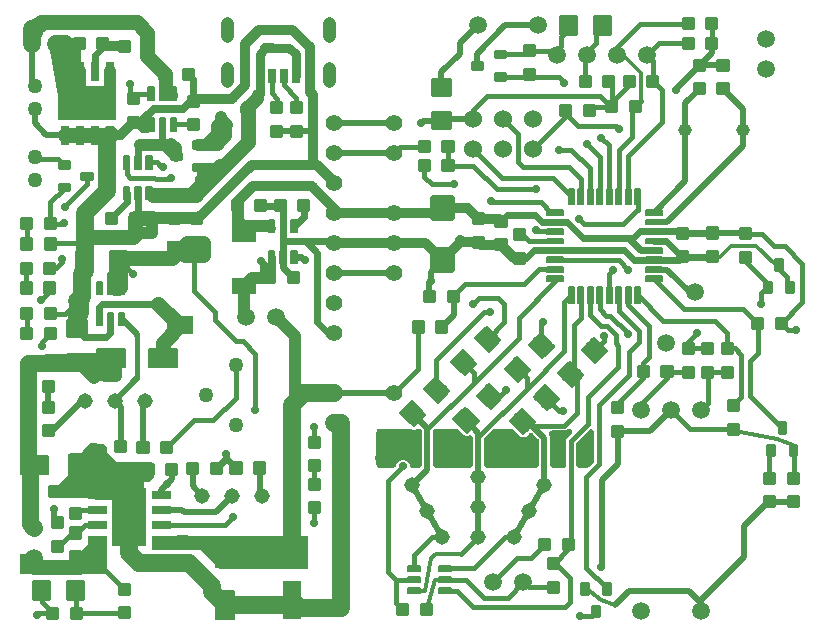
<source format=gbr>
G04 EAGLE Gerber RS-274X export*
G75*
%MOMM*%
%FSLAX34Y34*%
%LPD*%
%INTop Copper*%
%IPPOS*%
%AMOC8*
5,1,8,0,0,1.08239X$1,22.5*%
G01*
%ADD10C,0.330000*%
%ADD11C,1.508000*%
%ADD12C,0.320000*%
%ADD13C,0.170000*%
%ADD14C,0.416000*%
%ADD15R,0.900000X0.800000*%
%ADD16R,2.100000X1.400000*%
%ADD17C,0.030000*%
%ADD18R,4.900000X2.950000*%
%ADD19C,0.808000*%
%ADD20C,0.150000*%
%ADD21R,2.950000X4.900000*%
%ADD22R,2.200000X1.600000*%
%ADD23C,1.258000*%
%ADD24C,1.408000*%
%ADD25R,0.700000X1.200000*%
%ADD26R,0.760000X1.200000*%
%ADD27R,0.800000X1.200000*%
%ADD28C,1.108000*%
%ADD29C,1.308000*%
%ADD30R,1.600000X3.200000*%
%ADD31C,1.138000*%
%ADD32C,0.137500*%
%ADD33C,1.524000*%
%ADD34C,0.532500*%
%ADD35C,0.508000*%
%ADD36C,1.270000*%
%ADD37C,0.609600*%
%ADD38C,1.524000*%
%ADD39C,0.762000*%
%ADD40C,0.406400*%
%ADD41C,0.706400*%
%ADD42C,1.016000*%
%ADD43C,0.558800*%
%ADD44C,0.304800*%
%ADD45C,0.812800*%
%ADD46C,0.756400*%
%ADD47C,0.711200*%
%ADD48C,1.473200*%

G36*
X254050Y54241D02*
X254050Y54241D01*
X254101Y54243D01*
X254133Y54261D01*
X254169Y54269D01*
X254208Y54302D01*
X254253Y54326D01*
X254274Y54356D01*
X254302Y54379D01*
X254323Y54426D01*
X254353Y54468D01*
X254361Y54510D01*
X254373Y54538D01*
X254372Y54568D01*
X254380Y54610D01*
X254380Y81280D01*
X254369Y81330D01*
X254367Y81381D01*
X254349Y81413D01*
X254341Y81449D01*
X254308Y81488D01*
X254284Y81533D01*
X254254Y81554D01*
X254231Y81582D01*
X254184Y81603D01*
X254142Y81633D01*
X254100Y81641D01*
X254072Y81653D01*
X254042Y81652D01*
X254000Y81660D01*
X122682Y81660D01*
X122632Y81649D01*
X122581Y81647D01*
X122549Y81629D01*
X122513Y81621D01*
X122474Y81588D01*
X122429Y81564D01*
X122408Y81534D01*
X122380Y81511D01*
X122359Y81464D01*
X122329Y81422D01*
X122321Y81380D01*
X122309Y81352D01*
X122310Y81322D01*
X122302Y81280D01*
X122302Y70648D01*
X122313Y70598D01*
X122315Y70547D01*
X122333Y70515D01*
X122341Y70479D01*
X122374Y70440D01*
X122398Y70395D01*
X122428Y70374D01*
X122451Y70346D01*
X122498Y70325D01*
X122540Y70295D01*
X122582Y70287D01*
X122610Y70275D01*
X122640Y70276D01*
X122682Y70268D01*
X162874Y70268D01*
X178801Y54341D01*
X178866Y54301D01*
X178928Y54257D01*
X178940Y54255D01*
X178948Y54250D01*
X178985Y54246D01*
X179070Y54230D01*
X254000Y54230D01*
X254050Y54241D01*
G37*
G36*
X113302Y113795D02*
X113302Y113795D01*
X113320Y113793D01*
X113502Y113814D01*
X113685Y113833D01*
X113702Y113838D01*
X113719Y113840D01*
X113894Y113897D01*
X114070Y113951D01*
X114085Y113959D01*
X114102Y113965D01*
X114262Y114055D01*
X114424Y114143D01*
X114437Y114154D01*
X114453Y114163D01*
X114592Y114283D01*
X114733Y114400D01*
X114744Y114414D01*
X114758Y114426D01*
X114870Y114571D01*
X114985Y114714D01*
X114993Y114730D01*
X115004Y114744D01*
X115086Y114909D01*
X115171Y115071D01*
X115176Y115088D01*
X115184Y115105D01*
X115231Y115283D01*
X115282Y115458D01*
X115284Y115476D01*
X115288Y115493D01*
X115315Y115824D01*
X115315Y127509D01*
X119380Y127509D01*
X119407Y127511D01*
X119433Y127509D01*
X119607Y127531D01*
X119781Y127549D01*
X119806Y127557D01*
X119833Y127560D01*
X119998Y127616D01*
X120166Y127667D01*
X120189Y127680D01*
X120214Y127688D01*
X120366Y127775D01*
X120520Y127859D01*
X120540Y127876D01*
X120563Y127889D01*
X120816Y128104D01*
X123356Y130644D01*
X123359Y130648D01*
X123363Y130650D01*
X123376Y130667D01*
X123394Y130682D01*
X123501Y130820D01*
X123611Y130955D01*
X123624Y130979D01*
X123640Y131000D01*
X123718Y131157D01*
X123800Y131311D01*
X123808Y131336D01*
X123820Y131361D01*
X123865Y131530D01*
X123915Y131697D01*
X123917Y131723D01*
X123924Y131749D01*
X123951Y132080D01*
X123951Y142240D01*
X123950Y142253D01*
X123951Y142266D01*
X123950Y142270D01*
X123951Y142276D01*
X123930Y142458D01*
X123911Y142641D01*
X123906Y142658D01*
X123904Y142675D01*
X123847Y142850D01*
X123793Y143026D01*
X123785Y143041D01*
X123779Y143058D01*
X123689Y143218D01*
X123601Y143380D01*
X123590Y143393D01*
X123581Y143409D01*
X123461Y143548D01*
X123344Y143689D01*
X123330Y143700D01*
X123318Y143714D01*
X123173Y143826D01*
X123030Y143941D01*
X123014Y143949D01*
X123000Y143960D01*
X122835Y144042D01*
X122673Y144127D01*
X122656Y144132D01*
X122640Y144140D01*
X122461Y144187D01*
X122286Y144238D01*
X122268Y144240D01*
X122251Y144244D01*
X121920Y144271D01*
X87201Y144271D01*
X80771Y150701D01*
X80771Y152400D01*
X80770Y152412D01*
X80771Y152422D01*
X80770Y152428D01*
X80771Y152436D01*
X80750Y152618D01*
X80731Y152801D01*
X80726Y152818D01*
X80724Y152835D01*
X80667Y153010D01*
X80613Y153186D01*
X80605Y153201D01*
X80599Y153218D01*
X80509Y153378D01*
X80421Y153540D01*
X80410Y153553D01*
X80401Y153569D01*
X80281Y153708D01*
X80164Y153849D01*
X80150Y153860D01*
X80138Y153874D01*
X79993Y153986D01*
X79850Y154101D01*
X79834Y154109D01*
X79820Y154120D01*
X79655Y154202D01*
X79493Y154287D01*
X79476Y154292D01*
X79460Y154300D01*
X79281Y154347D01*
X79106Y154398D01*
X79088Y154400D01*
X79071Y154404D01*
X78740Y154431D01*
X66040Y154431D01*
X66013Y154429D01*
X65987Y154431D01*
X65813Y154409D01*
X65639Y154391D01*
X65614Y154384D01*
X65587Y154380D01*
X65422Y154325D01*
X65254Y154273D01*
X65231Y154260D01*
X65206Y154252D01*
X65054Y154165D01*
X64900Y154081D01*
X64880Y154064D01*
X64857Y154051D01*
X64604Y153836D01*
X62659Y151891D01*
X53340Y151891D01*
X53322Y151889D01*
X53304Y151891D01*
X53122Y151870D01*
X52939Y151851D01*
X52922Y151846D01*
X52905Y151844D01*
X52730Y151787D01*
X52554Y151733D01*
X52539Y151725D01*
X52522Y151719D01*
X52362Y151629D01*
X52200Y151541D01*
X52187Y151530D01*
X52171Y151521D01*
X52032Y151401D01*
X51891Y151284D01*
X51880Y151270D01*
X51867Y151258D01*
X51754Y151113D01*
X51639Y150970D01*
X51631Y150954D01*
X51620Y150940D01*
X51538Y150775D01*
X51453Y150613D01*
X51448Y150596D01*
X51440Y150580D01*
X51393Y150401D01*
X51342Y150226D01*
X51340Y150208D01*
X51336Y150191D01*
X51309Y149860D01*
X51309Y132921D01*
X42339Y123951D01*
X38100Y123951D01*
X38082Y123949D01*
X38064Y123951D01*
X37882Y123930D01*
X37699Y123911D01*
X37682Y123906D01*
X37665Y123904D01*
X37490Y123847D01*
X37314Y123793D01*
X37299Y123785D01*
X37282Y123779D01*
X37122Y123689D01*
X36960Y123601D01*
X36947Y123590D01*
X36931Y123581D01*
X36792Y123461D01*
X36651Y123344D01*
X36640Y123330D01*
X36627Y123318D01*
X36514Y123173D01*
X36399Y123030D01*
X36391Y123014D01*
X36380Y123000D01*
X36298Y122835D01*
X36213Y122673D01*
X36208Y122656D01*
X36200Y122640D01*
X36153Y122461D01*
X36102Y122286D01*
X36100Y122268D01*
X36096Y122251D01*
X36069Y121920D01*
X36069Y115824D01*
X36071Y115806D01*
X36069Y115788D01*
X36090Y115606D01*
X36109Y115423D01*
X36114Y115406D01*
X36116Y115389D01*
X36173Y115214D01*
X36227Y115038D01*
X36235Y115023D01*
X36241Y115006D01*
X36331Y114846D01*
X36419Y114684D01*
X36430Y114671D01*
X36439Y114655D01*
X36559Y114516D01*
X36676Y114375D01*
X36690Y114364D01*
X36702Y114351D01*
X36847Y114238D01*
X36990Y114123D01*
X37006Y114115D01*
X37020Y114104D01*
X37185Y114022D01*
X37347Y113937D01*
X37364Y113932D01*
X37381Y113924D01*
X37559Y113877D01*
X37734Y113826D01*
X37752Y113824D01*
X37769Y113820D01*
X38100Y113793D01*
X113284Y113793D01*
X113302Y113795D01*
G37*
G36*
X447565Y139704D02*
X447565Y139704D01*
X447599Y139702D01*
X447788Y139724D01*
X447979Y139741D01*
X448012Y139750D01*
X448046Y139754D01*
X448229Y139809D01*
X448413Y139859D01*
X448444Y139874D01*
X448477Y139884D01*
X448648Y139971D01*
X448820Y140053D01*
X448848Y140073D01*
X448879Y140088D01*
X449031Y140204D01*
X449186Y140315D01*
X449210Y140340D01*
X449237Y140360D01*
X449366Y140501D01*
X449500Y140637D01*
X449519Y140666D01*
X449543Y140692D01*
X449645Y140853D01*
X449752Y141010D01*
X449766Y141042D01*
X449784Y141071D01*
X449857Y141248D01*
X449934Y141422D01*
X449942Y141456D01*
X449955Y141488D01*
X449995Y141675D01*
X450041Y141860D01*
X450043Y141894D01*
X450050Y141928D01*
X450069Y142240D01*
X450069Y162147D01*
X450055Y162310D01*
X450048Y162475D01*
X450035Y162534D01*
X450029Y162595D01*
X449986Y162754D01*
X449950Y162914D01*
X449927Y162971D01*
X449911Y163030D01*
X449840Y163178D01*
X449777Y163330D01*
X449744Y163381D01*
X449717Y163436D01*
X449622Y163570D01*
X449532Y163708D01*
X449481Y163766D01*
X449455Y163802D01*
X449412Y163845D01*
X449326Y163942D01*
X444905Y168363D01*
X444878Y168385D01*
X444855Y168411D01*
X444706Y168529D01*
X444560Y168652D01*
X444530Y168669D01*
X444502Y168690D01*
X444334Y168780D01*
X444169Y168875D01*
X444136Y168887D01*
X444106Y168903D01*
X443924Y168962D01*
X443744Y169026D01*
X443710Y169031D01*
X443677Y169042D01*
X443488Y169068D01*
X443300Y169099D01*
X443266Y169099D01*
X443231Y169104D01*
X443040Y169096D01*
X442850Y169093D01*
X442816Y169087D01*
X442781Y169085D01*
X442595Y169044D01*
X442408Y169008D01*
X442376Y168995D01*
X442342Y168988D01*
X442166Y168914D01*
X441988Y168845D01*
X441958Y168827D01*
X441926Y168814D01*
X441766Y168711D01*
X441603Y168611D01*
X441577Y168588D01*
X441548Y168570D01*
X441314Y168363D01*
X438755Y165803D01*
X437413Y165248D01*
X435960Y165248D01*
X434619Y165803D01*
X428446Y171976D01*
X428320Y172081D01*
X428199Y172193D01*
X428148Y172225D01*
X428101Y172264D01*
X427959Y172346D01*
X427820Y172434D01*
X427763Y172458D01*
X427710Y172488D01*
X427555Y172543D01*
X427403Y172605D01*
X427343Y172618D01*
X427286Y172639D01*
X427124Y172665D01*
X426963Y172700D01*
X426886Y172705D01*
X426842Y172712D01*
X426781Y172711D01*
X426651Y172719D01*
X412463Y172719D01*
X412299Y172705D01*
X412135Y172698D01*
X412075Y172685D01*
X412014Y172679D01*
X411856Y172636D01*
X411695Y172600D01*
X411639Y172577D01*
X411580Y172561D01*
X411432Y172490D01*
X411280Y172427D01*
X411228Y172394D01*
X411173Y172367D01*
X411040Y172272D01*
X410902Y172182D01*
X410844Y172131D01*
X410807Y172105D01*
X410800Y172098D01*
X410799Y172097D01*
X410763Y172060D01*
X410667Y171976D01*
X404114Y165423D01*
X404009Y165296D01*
X403897Y165176D01*
X403865Y165124D01*
X403826Y165077D01*
X403744Y164935D01*
X403656Y164796D01*
X403632Y164739D01*
X403602Y164686D01*
X403547Y164531D01*
X403485Y164379D01*
X403472Y164320D01*
X403451Y164262D01*
X403425Y164100D01*
X403390Y163939D01*
X403385Y163862D01*
X403378Y163818D01*
X403379Y163757D01*
X403371Y163627D01*
X403371Y142240D01*
X403374Y142206D01*
X403372Y142171D01*
X403394Y141982D01*
X403411Y141792D01*
X403420Y141758D01*
X403424Y141724D01*
X403479Y141541D01*
X403529Y141357D01*
X403544Y141326D01*
X403554Y141293D01*
X403641Y141122D01*
X403723Y140951D01*
X403743Y140922D01*
X403758Y140891D01*
X403874Y140739D01*
X403985Y140584D01*
X404010Y140560D01*
X404030Y140533D01*
X404170Y140404D01*
X404307Y140270D01*
X404336Y140251D01*
X404362Y140228D01*
X404523Y140125D01*
X404680Y140018D01*
X404712Y140004D01*
X404741Y139986D01*
X404918Y139913D01*
X405092Y139836D01*
X405126Y139828D01*
X405158Y139815D01*
X405345Y139775D01*
X405530Y139729D01*
X405564Y139727D01*
X405598Y139720D01*
X405910Y139701D01*
X447530Y139701D01*
X447565Y139704D01*
G37*
G36*
X82370Y49675D02*
X82370Y49675D01*
X82445Y49688D01*
X82455Y49695D01*
X82465Y49697D01*
X82494Y49721D01*
X82565Y49769D01*
X83835Y51039D01*
X83875Y51104D01*
X83919Y51166D01*
X83921Y51178D01*
X83926Y51186D01*
X83930Y51223D01*
X83946Y51308D01*
X83946Y81280D01*
X83935Y81330D01*
X83933Y81381D01*
X83915Y81413D01*
X83907Y81449D01*
X83874Y81488D01*
X83850Y81533D01*
X83820Y81554D01*
X83797Y81582D01*
X83750Y81603D01*
X83708Y81633D01*
X83666Y81641D01*
X83638Y81653D01*
X83608Y81652D01*
X83566Y81660D01*
X68580Y81660D01*
X68530Y81649D01*
X68479Y81647D01*
X68447Y81629D01*
X68411Y81621D01*
X68372Y81588D01*
X68327Y81564D01*
X68306Y81534D01*
X68278Y81511D01*
X68257Y81464D01*
X68227Y81422D01*
X68219Y81380D01*
X68207Y81352D01*
X68208Y81322D01*
X68200Y81280D01*
X68200Y75184D01*
X68211Y75134D01*
X68213Y75100D01*
X51170Y58057D01*
X25857Y59263D01*
X18811Y66309D01*
X18746Y66349D01*
X18684Y66393D01*
X18672Y66395D01*
X18664Y66400D01*
X18627Y66404D01*
X18542Y66420D01*
X10668Y66420D01*
X10618Y66409D01*
X10567Y66407D01*
X10535Y66389D01*
X10499Y66381D01*
X10460Y66348D01*
X10415Y66324D01*
X10394Y66294D01*
X10366Y66271D01*
X10345Y66224D01*
X10315Y66182D01*
X10307Y66140D01*
X10295Y66112D01*
X10296Y66083D01*
X10295Y66081D01*
X10295Y66077D01*
X10288Y66040D01*
X10288Y50038D01*
X10299Y49988D01*
X10301Y49937D01*
X10319Y49905D01*
X10327Y49869D01*
X10360Y49830D01*
X10384Y49785D01*
X10414Y49764D01*
X10437Y49736D01*
X10484Y49715D01*
X10526Y49685D01*
X10568Y49677D01*
X10596Y49665D01*
X10626Y49666D01*
X10668Y49658D01*
X82296Y49658D01*
X82370Y49675D01*
G37*
G36*
X326704Y139704D02*
X326704Y139704D01*
X326739Y139702D01*
X326928Y139724D01*
X327118Y139741D01*
X327152Y139750D01*
X327186Y139754D01*
X327369Y139809D01*
X327553Y139859D01*
X327584Y139874D01*
X327617Y139884D01*
X327788Y139971D01*
X327959Y140053D01*
X327987Y140073D01*
X328018Y140088D01*
X328170Y140204D01*
X328325Y140315D01*
X328350Y140340D01*
X328377Y140360D01*
X328506Y140501D01*
X328639Y140637D01*
X328659Y140666D01*
X328682Y140692D01*
X328785Y140853D01*
X328892Y141010D01*
X328906Y141042D01*
X328924Y141071D01*
X328997Y141248D01*
X329074Y141422D01*
X329082Y141456D01*
X329095Y141488D01*
X329135Y141675D01*
X329180Y141860D01*
X329183Y141894D01*
X329190Y141928D01*
X329193Y141979D01*
X330059Y144070D01*
X331629Y145641D01*
X333681Y146490D01*
X335902Y146490D01*
X337954Y145641D01*
X339525Y144070D01*
X340400Y141958D01*
X340414Y141792D01*
X340424Y141758D01*
X340428Y141724D01*
X340483Y141541D01*
X340533Y141357D01*
X340548Y141326D01*
X340558Y141293D01*
X340645Y141122D01*
X340726Y140951D01*
X340746Y140922D01*
X340762Y140891D01*
X340877Y140739D01*
X340988Y140584D01*
X341013Y140560D01*
X341034Y140533D01*
X341174Y140404D01*
X341311Y140270D01*
X341340Y140251D01*
X341365Y140228D01*
X341526Y140125D01*
X341684Y140018D01*
X341716Y140004D01*
X341745Y139986D01*
X341922Y139913D01*
X342096Y139836D01*
X342130Y139828D01*
X342162Y139815D01*
X342348Y139775D01*
X342533Y139729D01*
X342568Y139727D01*
X342602Y139720D01*
X342914Y139701D01*
X348470Y139701D01*
X348505Y139704D01*
X348539Y139702D01*
X348728Y139724D01*
X348919Y139741D01*
X348952Y139750D01*
X348986Y139754D01*
X349169Y139809D01*
X349353Y139859D01*
X349384Y139874D01*
X349417Y139884D01*
X349588Y139971D01*
X349760Y140053D01*
X349788Y140073D01*
X349819Y140088D01*
X349971Y140204D01*
X350126Y140315D01*
X350150Y140340D01*
X350177Y140360D01*
X350306Y140501D01*
X350440Y140637D01*
X350459Y140666D01*
X350483Y140692D01*
X350585Y140853D01*
X350692Y141010D01*
X350706Y141042D01*
X350724Y141071D01*
X350797Y141248D01*
X350874Y141422D01*
X350882Y141456D01*
X350895Y141488D01*
X350935Y141675D01*
X350981Y141860D01*
X350983Y141894D01*
X350990Y141928D01*
X351009Y142240D01*
X351009Y169977D01*
X350995Y170140D01*
X350988Y170304D01*
X350975Y170364D01*
X350969Y170425D01*
X350926Y170584D01*
X350890Y170744D01*
X350867Y170800D01*
X350851Y170859D01*
X350780Y171008D01*
X350717Y171159D01*
X350684Y171211D01*
X350657Y171266D01*
X350562Y171400D01*
X350473Y171538D01*
X350421Y171596D01*
X350395Y171632D01*
X350352Y171675D01*
X350266Y171772D01*
X350062Y171975D01*
X349936Y172081D01*
X349815Y172193D01*
X349764Y172225D01*
X349717Y172264D01*
X349574Y172346D01*
X349435Y172434D01*
X349379Y172457D01*
X349326Y172488D01*
X349171Y172543D01*
X349019Y172605D01*
X348959Y172618D01*
X348902Y172639D01*
X348740Y172665D01*
X348578Y172700D01*
X348501Y172705D01*
X348457Y172712D01*
X348397Y172711D01*
X348267Y172719D01*
X347303Y172719D01*
X347186Y172709D01*
X347069Y172709D01*
X346963Y172689D01*
X346854Y172679D01*
X346741Y172649D01*
X346626Y172628D01*
X346480Y172577D01*
X346420Y172561D01*
X346407Y172555D01*
X346402Y172553D01*
X346400Y172553D01*
X346378Y172542D01*
X346331Y172526D01*
X344703Y171852D01*
X343250Y171852D01*
X341622Y172526D01*
X341511Y172561D01*
X341403Y172605D01*
X341296Y172628D01*
X341193Y172661D01*
X341077Y172675D01*
X340962Y172700D01*
X340809Y172710D01*
X340746Y172717D01*
X340710Y172716D01*
X340651Y172719D01*
X314960Y172719D01*
X314926Y172716D01*
X314891Y172718D01*
X314702Y172696D01*
X314512Y172679D01*
X314478Y172670D01*
X314444Y172666D01*
X314261Y172611D01*
X314077Y172561D01*
X314046Y172546D01*
X314013Y172536D01*
X313842Y172449D01*
X313671Y172367D01*
X313642Y172347D01*
X313611Y172332D01*
X313459Y172216D01*
X313304Y172105D01*
X313280Y172080D01*
X313253Y172060D01*
X313124Y171920D01*
X312990Y171783D01*
X312971Y171754D01*
X312948Y171728D01*
X312845Y171567D01*
X312738Y171410D01*
X312724Y171378D01*
X312706Y171349D01*
X312633Y171172D01*
X312556Y170998D01*
X312548Y170964D01*
X312535Y170932D01*
X312495Y170745D01*
X312449Y170560D01*
X312447Y170526D01*
X312440Y170492D01*
X312421Y170180D01*
X312421Y142240D01*
X312424Y142206D01*
X312422Y142171D01*
X312444Y141982D01*
X312461Y141792D01*
X312470Y141758D01*
X312474Y141724D01*
X312529Y141541D01*
X312579Y141357D01*
X312594Y141326D01*
X312604Y141293D01*
X312691Y141122D01*
X312773Y140951D01*
X312793Y140922D01*
X312808Y140891D01*
X312924Y140739D01*
X313035Y140584D01*
X313060Y140560D01*
X313080Y140533D01*
X313221Y140404D01*
X313357Y140270D01*
X313386Y140251D01*
X313412Y140228D01*
X313573Y140125D01*
X313730Y140018D01*
X313762Y140004D01*
X313791Y139986D01*
X313968Y139913D01*
X314142Y139836D01*
X314176Y139828D01*
X314208Y139815D01*
X314395Y139775D01*
X314580Y139729D01*
X314614Y139727D01*
X314648Y139720D01*
X314960Y139701D01*
X326670Y139701D01*
X326704Y139704D01*
G37*
G36*
X391685Y139704D02*
X391685Y139704D01*
X391719Y139702D01*
X391908Y139724D01*
X392099Y139741D01*
X392132Y139750D01*
X392166Y139754D01*
X392349Y139809D01*
X392533Y139859D01*
X392564Y139874D01*
X392597Y139884D01*
X392768Y139971D01*
X392940Y140053D01*
X392968Y140073D01*
X392999Y140088D01*
X393151Y140204D01*
X393306Y140315D01*
X393330Y140340D01*
X393357Y140360D01*
X393486Y140501D01*
X393620Y140637D01*
X393639Y140666D01*
X393663Y140692D01*
X393765Y140853D01*
X393872Y141010D01*
X393886Y141042D01*
X393904Y141071D01*
X393977Y141248D01*
X394054Y141422D01*
X394062Y141456D01*
X394075Y141488D01*
X394115Y141675D01*
X394161Y141860D01*
X394163Y141894D01*
X394170Y141928D01*
X394189Y142240D01*
X394189Y164593D01*
X394182Y164675D01*
X394184Y164757D01*
X394162Y164899D01*
X394149Y165042D01*
X394128Y165121D01*
X394115Y165202D01*
X394069Y165338D01*
X394031Y165476D01*
X393995Y165550D01*
X393969Y165628D01*
X393899Y165753D01*
X393837Y165883D01*
X393790Y165949D01*
X393749Y166021D01*
X393659Y166132D01*
X393575Y166249D01*
X393516Y166306D01*
X393464Y166370D01*
X393355Y166463D01*
X393253Y166563D01*
X393184Y166609D01*
X393122Y166662D01*
X392998Y166735D01*
X392880Y166815D01*
X392804Y166848D01*
X392733Y166890D01*
X392599Y166939D01*
X392468Y166997D01*
X392388Y167017D01*
X392310Y167045D01*
X392169Y167070D01*
X392030Y167104D01*
X391948Y167109D01*
X391867Y167123D01*
X391724Y167123D01*
X391581Y167131D01*
X391499Y167122D01*
X391417Y167122D01*
X391276Y167096D01*
X391134Y167079D01*
X391055Y167055D01*
X390974Y167041D01*
X390740Y166960D01*
X390703Y166949D01*
X390693Y166944D01*
X390678Y166939D01*
X389661Y166518D01*
X388208Y166518D01*
X386867Y167073D01*
X381964Y171976D01*
X381839Y172081D01*
X381717Y172193D01*
X381666Y172225D01*
X381619Y172264D01*
X381477Y172346D01*
X381338Y172434D01*
X381281Y172458D01*
X381228Y172488D01*
X381073Y172543D01*
X380921Y172605D01*
X380861Y172618D01*
X380804Y172639D01*
X380642Y172665D01*
X380481Y172700D01*
X380404Y172705D01*
X380360Y172712D01*
X380299Y172711D01*
X380169Y172719D01*
X362933Y172719D01*
X362769Y172705D01*
X362605Y172698D01*
X362545Y172685D01*
X362484Y172679D01*
X362325Y172636D01*
X362165Y172600D01*
X362109Y172577D01*
X362050Y172561D01*
X361902Y172490D01*
X361750Y172427D01*
X361698Y172394D01*
X361643Y172367D01*
X361510Y172272D01*
X361371Y172182D01*
X361314Y172131D01*
X361277Y172105D01*
X361276Y172104D01*
X361270Y172098D01*
X361269Y172097D01*
X361233Y172060D01*
X361137Y171975D01*
X360934Y171772D01*
X360829Y171646D01*
X360717Y171526D01*
X360685Y171474D01*
X360645Y171427D01*
X360564Y171284D01*
X360476Y171146D01*
X360452Y171089D01*
X360422Y171036D01*
X360367Y170881D01*
X360305Y170729D01*
X360292Y170669D01*
X360271Y170612D01*
X360245Y170450D01*
X360210Y170289D01*
X360205Y170212D01*
X360198Y170168D01*
X360199Y170107D01*
X360191Y169977D01*
X360191Y142240D01*
X360194Y142206D01*
X360192Y142171D01*
X360214Y141982D01*
X360231Y141792D01*
X360240Y141758D01*
X360244Y141724D01*
X360299Y141541D01*
X360349Y141357D01*
X360364Y141326D01*
X360374Y141293D01*
X360461Y141122D01*
X360543Y140951D01*
X360563Y140922D01*
X360578Y140891D01*
X360694Y140739D01*
X360805Y140584D01*
X360830Y140560D01*
X360850Y140533D01*
X360990Y140404D01*
X361127Y140270D01*
X361156Y140251D01*
X361182Y140228D01*
X361343Y140125D01*
X361500Y140018D01*
X361532Y140004D01*
X361561Y139986D01*
X361738Y139913D01*
X361912Y139836D01*
X361946Y139828D01*
X361978Y139815D01*
X362165Y139775D01*
X362350Y139729D01*
X362384Y139727D01*
X362418Y139720D01*
X362730Y139701D01*
X391650Y139701D01*
X391685Y139704D01*
G37*
G36*
X470773Y139704D02*
X470773Y139704D01*
X470807Y139702D01*
X470996Y139724D01*
X471187Y139741D01*
X471220Y139750D01*
X471254Y139754D01*
X471437Y139809D01*
X471621Y139859D01*
X471652Y139874D01*
X471685Y139884D01*
X471856Y139971D01*
X472028Y140053D01*
X472056Y140073D01*
X472087Y140088D01*
X472239Y140204D01*
X472394Y140315D01*
X472418Y140340D01*
X472445Y140360D01*
X472574Y140501D01*
X472708Y140637D01*
X472727Y140666D01*
X472751Y140692D01*
X472853Y140853D01*
X472960Y141010D01*
X472974Y141042D01*
X472992Y141071D01*
X473065Y141248D01*
X473142Y141422D01*
X473150Y141456D01*
X473163Y141488D01*
X473203Y141675D01*
X473249Y141860D01*
X473251Y141894D01*
X473258Y141928D01*
X473277Y142240D01*
X473277Y163212D01*
X473899Y164713D01*
X477571Y168384D01*
X477654Y168484D01*
X477745Y168577D01*
X477798Y168657D01*
X477860Y168730D01*
X477924Y168843D01*
X477997Y168950D01*
X478036Y169038D01*
X478083Y169121D01*
X478126Y169243D01*
X478179Y169362D01*
X478202Y169455D01*
X478234Y169545D01*
X478255Y169674D01*
X478286Y169800D01*
X478292Y169895D01*
X478307Y169989D01*
X478305Y170120D01*
X478313Y170249D01*
X478302Y170344D01*
X478301Y170440D01*
X478276Y170567D01*
X478261Y170696D01*
X478234Y170788D01*
X478216Y170882D01*
X478169Y171003D01*
X478131Y171127D01*
X478088Y171212D01*
X478053Y171302D01*
X477986Y171413D01*
X477927Y171529D01*
X477869Y171605D01*
X477819Y171686D01*
X477733Y171784D01*
X477655Y171887D01*
X477584Y171952D01*
X477521Y172024D01*
X477419Y172104D01*
X477324Y172193D01*
X477243Y172244D01*
X477168Y172303D01*
X477054Y172364D01*
X476944Y172434D01*
X476855Y172471D01*
X476771Y172516D01*
X476648Y172556D01*
X476527Y172605D01*
X476434Y172625D01*
X476343Y172655D01*
X476214Y172673D01*
X476087Y172700D01*
X475957Y172708D01*
X475897Y172716D01*
X475852Y172715D01*
X475837Y172715D01*
X475831Y172716D01*
X475826Y172716D01*
X475775Y172719D01*
X475709Y172719D01*
X475545Y172705D01*
X475381Y172698D01*
X475321Y172685D01*
X475260Y172679D01*
X475102Y172636D01*
X474941Y172600D01*
X474885Y172577D01*
X474826Y172561D01*
X474678Y172490D01*
X474526Y172427D01*
X474474Y172394D01*
X474419Y172367D01*
X474286Y172272D01*
X474147Y172182D01*
X474090Y172131D01*
X474053Y172105D01*
X474052Y172104D01*
X474046Y172098D01*
X474045Y172097D01*
X474009Y172060D01*
X473913Y171975D01*
X473737Y171799D01*
X472236Y171177D01*
X460912Y171177D01*
X460830Y171170D01*
X460748Y171172D01*
X460606Y171150D01*
X460463Y171137D01*
X460384Y171116D01*
X460303Y171103D01*
X460167Y171057D01*
X460029Y171019D01*
X459955Y170983D01*
X459877Y170957D01*
X459752Y170887D01*
X459622Y170825D01*
X459556Y170778D01*
X459484Y170737D01*
X459373Y170647D01*
X459256Y170563D01*
X459199Y170504D01*
X459135Y170452D01*
X459042Y170343D01*
X458942Y170241D01*
X458896Y170172D01*
X458843Y170110D01*
X458770Y169986D01*
X458690Y169868D01*
X458657Y169792D01*
X458615Y169721D01*
X458566Y169587D01*
X458508Y169456D01*
X458488Y169376D01*
X458460Y169298D01*
X458435Y169157D01*
X458401Y169018D01*
X458396Y168936D01*
X458382Y168855D01*
X458382Y168712D01*
X458374Y168569D01*
X458383Y168487D01*
X458383Y168405D01*
X458409Y168264D01*
X458426Y168122D01*
X458450Y168043D01*
X458464Y167962D01*
X458545Y167729D01*
X458556Y167691D01*
X458561Y167681D01*
X458566Y167666D01*
X459251Y166013D01*
X459251Y142240D01*
X459254Y142206D01*
X459252Y142171D01*
X459274Y141982D01*
X459291Y141792D01*
X459300Y141758D01*
X459304Y141724D01*
X459359Y141541D01*
X459409Y141357D01*
X459424Y141326D01*
X459434Y141293D01*
X459521Y141122D01*
X459603Y140951D01*
X459623Y140922D01*
X459638Y140891D01*
X459754Y140739D01*
X459865Y140584D01*
X459890Y140560D01*
X459910Y140533D01*
X460050Y140404D01*
X460187Y140270D01*
X460216Y140251D01*
X460242Y140228D01*
X460403Y140125D01*
X460560Y140018D01*
X460592Y140004D01*
X460621Y139986D01*
X460798Y139913D01*
X460972Y139836D01*
X461006Y139828D01*
X461038Y139815D01*
X461225Y139775D01*
X461410Y139729D01*
X461444Y139727D01*
X461478Y139720D01*
X461790Y139701D01*
X470738Y139701D01*
X470773Y139704D01*
G37*
G36*
X491179Y139715D02*
X491179Y139715D01*
X491343Y139722D01*
X491403Y139735D01*
X491464Y139741D01*
X491622Y139784D01*
X491783Y139820D01*
X491839Y139843D01*
X491898Y139859D01*
X492046Y139930D01*
X492198Y139993D01*
X492250Y140026D01*
X492305Y140053D01*
X492438Y140148D01*
X492576Y140238D01*
X492634Y140289D01*
X492671Y140315D01*
X492713Y140358D01*
X492811Y140444D01*
X495808Y143441D01*
X495913Y143568D01*
X496025Y143688D01*
X496057Y143740D01*
X496096Y143787D01*
X496178Y143929D01*
X496266Y144068D01*
X496290Y144125D01*
X496320Y144178D01*
X496375Y144333D01*
X496437Y144485D01*
X496450Y144544D01*
X496471Y144602D01*
X496497Y144764D01*
X496532Y144925D01*
X496537Y145002D01*
X496544Y145046D01*
X496543Y145107D01*
X496551Y145237D01*
X496551Y169687D01*
X496540Y169817D01*
X496538Y169947D01*
X496520Y170040D01*
X496511Y170136D01*
X496477Y170261D01*
X496452Y170389D01*
X496418Y170478D01*
X496393Y170570D01*
X496337Y170687D01*
X496290Y170809D01*
X496240Y170891D01*
X496199Y170977D01*
X496124Y171082D01*
X496056Y171193D01*
X495993Y171265D01*
X495937Y171343D01*
X495844Y171434D01*
X495758Y171531D01*
X495683Y171590D01*
X495615Y171657D01*
X495507Y171730D01*
X495405Y171810D01*
X495321Y171855D01*
X495242Y171909D01*
X495123Y171961D01*
X495008Y172023D01*
X494917Y172052D01*
X494830Y172091D01*
X494703Y172122D01*
X494580Y172162D01*
X494485Y172175D01*
X494392Y172198D01*
X494263Y172206D01*
X494134Y172223D01*
X494038Y172220D01*
X493943Y172225D01*
X493814Y172210D01*
X493684Y172205D01*
X493591Y172184D01*
X493496Y172173D01*
X493371Y172136D01*
X493244Y172108D01*
X493156Y172071D01*
X493065Y172043D01*
X492949Y171984D01*
X492829Y171934D01*
X492748Y171882D01*
X492663Y171839D01*
X492560Y171760D01*
X492451Y171690D01*
X492353Y171603D01*
X492305Y171567D01*
X492274Y171534D01*
X492216Y171483D01*
X482186Y161453D01*
X482081Y161326D01*
X481969Y161206D01*
X481937Y161154D01*
X481898Y161107D01*
X481816Y160965D01*
X481728Y160826D01*
X481704Y160769D01*
X481674Y160716D01*
X481619Y160561D01*
X481557Y160409D01*
X481544Y160350D01*
X481523Y160292D01*
X481497Y160130D01*
X481462Y159969D01*
X481457Y159892D01*
X481450Y159848D01*
X481451Y159787D01*
X481443Y159657D01*
X481443Y142240D01*
X481446Y142206D01*
X481444Y142171D01*
X481466Y141982D01*
X481483Y141792D01*
X481492Y141758D01*
X481496Y141724D01*
X481551Y141541D01*
X481601Y141357D01*
X481616Y141326D01*
X481626Y141293D01*
X481713Y141122D01*
X481795Y140951D01*
X481815Y140922D01*
X481830Y140891D01*
X481946Y140739D01*
X482057Y140584D01*
X482082Y140560D01*
X482102Y140533D01*
X482242Y140404D01*
X482379Y140270D01*
X482408Y140251D01*
X482434Y140228D01*
X482595Y140125D01*
X482752Y140018D01*
X482784Y140004D01*
X482813Y139986D01*
X482990Y139913D01*
X483164Y139836D01*
X483198Y139828D01*
X483230Y139815D01*
X483417Y139775D01*
X483602Y139729D01*
X483636Y139727D01*
X483670Y139720D01*
X483982Y139701D01*
X491015Y139701D01*
X491179Y139715D01*
G37*
D10*
X32060Y312218D02*
X39760Y312218D01*
X39760Y304518D01*
X32060Y304518D01*
X32060Y312218D01*
X32060Y307653D02*
X39760Y307653D01*
X39760Y310788D02*
X32060Y310788D01*
X19760Y312218D02*
X12060Y312218D01*
X19760Y312218D02*
X19760Y304518D01*
X12060Y304518D01*
X12060Y312218D01*
X12060Y307653D02*
X19760Y307653D01*
X19760Y310788D02*
X12060Y310788D01*
D11*
X20840Y498800D03*
X40840Y498800D03*
D10*
X76804Y502368D02*
X84504Y502368D01*
X84504Y494668D01*
X76804Y494668D01*
X76804Y502368D01*
X76804Y497803D02*
X84504Y497803D01*
X84504Y500938D02*
X76804Y500938D01*
X64504Y502368D02*
X56804Y502368D01*
X64504Y502368D02*
X64504Y494668D01*
X56804Y494668D01*
X56804Y502368D01*
X56804Y497803D02*
X64504Y497803D01*
X64504Y500938D02*
X56804Y500938D01*
X149458Y476760D02*
X157158Y476760D01*
X157158Y469060D01*
X149458Y469060D01*
X149458Y476760D01*
X149458Y472195D02*
X157158Y472195D01*
X157158Y475330D02*
X149458Y475330D01*
X137158Y476760D02*
X129458Y476760D01*
X137158Y476760D02*
X137158Y469060D01*
X129458Y469060D01*
X129458Y476760D01*
X129458Y472195D02*
X137158Y472195D01*
X137158Y475330D02*
X129458Y475330D01*
X145566Y354622D02*
X145566Y346922D01*
X137866Y346922D01*
X137866Y354622D01*
X145566Y354622D01*
X145566Y350057D02*
X137866Y350057D01*
X137866Y353192D02*
X145566Y353192D01*
X145566Y366922D02*
X145566Y374622D01*
X145566Y366922D02*
X137866Y366922D01*
X137866Y374622D01*
X145566Y374622D01*
X145566Y370057D02*
X137866Y370057D01*
X137866Y373192D02*
X145566Y373192D01*
X152186Y61414D02*
X152186Y53714D01*
X144486Y53714D01*
X144486Y61414D01*
X152186Y61414D01*
X152186Y56849D02*
X144486Y56849D01*
X144486Y59984D02*
X152186Y59984D01*
X152186Y73714D02*
X152186Y81414D01*
X152186Y73714D02*
X144486Y73714D01*
X144486Y81414D01*
X152186Y81414D01*
X152186Y76849D02*
X144486Y76849D01*
X144486Y79984D02*
X152186Y79984D01*
D12*
X100376Y307291D02*
X87576Y307291D01*
X87576Y322121D01*
X100376Y322121D01*
X100376Y307291D01*
X100376Y310331D02*
X87576Y310331D01*
X87576Y313371D02*
X100376Y313371D01*
X100376Y316411D02*
X87576Y316411D01*
X87576Y319451D02*
X100376Y319451D01*
X71936Y307291D02*
X59136Y307291D01*
X59136Y322121D01*
X71936Y322121D01*
X71936Y307291D01*
X71936Y310331D02*
X59136Y310331D01*
X59136Y313371D02*
X71936Y313371D01*
X71936Y316411D02*
X59136Y316411D01*
X59136Y319451D02*
X71936Y319451D01*
D10*
X54062Y124594D02*
X54062Y116894D01*
X54062Y124594D02*
X61762Y124594D01*
X61762Y116894D01*
X54062Y116894D01*
X54062Y120029D02*
X61762Y120029D01*
X61762Y123164D02*
X54062Y123164D01*
X54062Y104594D02*
X54062Y96894D01*
X54062Y104594D02*
X61762Y104594D01*
X61762Y96894D01*
X54062Y96894D01*
X54062Y100029D02*
X61762Y100029D01*
X61762Y103164D02*
X54062Y103164D01*
X238306Y304332D02*
X246006Y304332D01*
X246006Y296632D01*
X238306Y296632D01*
X238306Y304332D01*
X238306Y299767D02*
X246006Y299767D01*
X246006Y302902D02*
X238306Y302902D01*
X226006Y304332D02*
X218306Y304332D01*
X226006Y304332D02*
X226006Y296632D01*
X218306Y296632D01*
X218306Y304332D01*
X218306Y299767D02*
X226006Y299767D01*
X226006Y302902D02*
X218306Y302902D01*
X218320Y365292D02*
X210620Y365292D01*
X218320Y365292D02*
X218320Y357592D01*
X210620Y357592D01*
X210620Y365292D01*
X210620Y360727D02*
X218320Y360727D01*
X218320Y363862D02*
X210620Y363862D01*
X198320Y365292D02*
X190620Y365292D01*
X198320Y365292D02*
X198320Y357592D01*
X190620Y357592D01*
X190620Y365292D01*
X190620Y360727D02*
X198320Y360727D01*
X198320Y363862D02*
X190620Y363862D01*
X226942Y357592D02*
X234642Y357592D01*
X226942Y357592D02*
X226942Y365292D01*
X234642Y365292D01*
X234642Y357592D01*
X234642Y360727D02*
X226942Y360727D01*
X226942Y363862D02*
X234642Y363862D01*
X246942Y357592D02*
X254642Y357592D01*
X246942Y357592D02*
X246942Y365292D01*
X254642Y365292D01*
X254642Y357592D01*
X254642Y360727D02*
X246942Y360727D01*
X246942Y363862D02*
X254642Y363862D01*
D12*
X51513Y235258D02*
X51513Y222458D01*
X51513Y235258D02*
X66343Y235258D01*
X66343Y222458D01*
X51513Y222458D01*
X51513Y225498D02*
X66343Y225498D01*
X66343Y228538D02*
X51513Y228538D01*
X51513Y231578D02*
X66343Y231578D01*
X66343Y234618D02*
X51513Y234618D01*
X51513Y250898D02*
X51513Y263698D01*
X66343Y263698D01*
X66343Y250898D01*
X51513Y250898D01*
X51513Y253938D02*
X66343Y253938D01*
X66343Y256978D02*
X51513Y256978D01*
X51513Y260018D02*
X66343Y260018D01*
X66343Y263058D02*
X51513Y263058D01*
D13*
X75774Y225268D02*
X99074Y225268D01*
X75774Y225268D02*
X75774Y240568D01*
X99074Y240568D01*
X99074Y225268D01*
X99074Y226883D02*
X75774Y226883D01*
X75774Y228498D02*
X99074Y228498D01*
X99074Y230113D02*
X75774Y230113D01*
X75774Y231728D02*
X99074Y231728D01*
X99074Y233343D02*
X75774Y233343D01*
X75774Y234958D02*
X99074Y234958D01*
X99074Y236573D02*
X75774Y236573D01*
X75774Y238188D02*
X99074Y238188D01*
X99074Y239803D02*
X75774Y239803D01*
X119874Y225268D02*
X143174Y225268D01*
X119874Y225268D02*
X119874Y240568D01*
X143174Y240568D01*
X143174Y225268D01*
X143174Y226883D02*
X119874Y226883D01*
X119874Y228498D02*
X143174Y228498D01*
X143174Y230113D02*
X119874Y230113D01*
X119874Y231728D02*
X143174Y231728D01*
X143174Y233343D02*
X119874Y233343D01*
X119874Y234958D02*
X143174Y234958D01*
X143174Y236573D02*
X119874Y236573D01*
X119874Y238188D02*
X143174Y238188D01*
X143174Y239803D02*
X119874Y239803D01*
D14*
X51316Y398102D02*
X44176Y398102D01*
X51316Y398102D02*
X51316Y394262D01*
X44176Y394262D01*
X44176Y398102D01*
X44176Y379102D02*
X51316Y379102D01*
X51316Y375262D01*
X44176Y375262D01*
X44176Y379102D01*
X63376Y384762D02*
X70516Y384762D01*
X63376Y384762D02*
X63376Y388602D01*
X70516Y388602D01*
X70516Y384762D01*
D13*
X176754Y79166D02*
X176754Y55866D01*
X176754Y79166D02*
X192054Y79166D01*
X192054Y55866D01*
X176754Y55866D01*
X176754Y57481D02*
X192054Y57481D01*
X192054Y59096D02*
X176754Y59096D01*
X176754Y60711D02*
X192054Y60711D01*
X192054Y62326D02*
X176754Y62326D01*
X176754Y63941D02*
X192054Y63941D01*
X192054Y65556D02*
X176754Y65556D01*
X176754Y67171D02*
X192054Y67171D01*
X192054Y68786D02*
X176754Y68786D01*
X176754Y70401D02*
X192054Y70401D01*
X192054Y72016D02*
X176754Y72016D01*
X176754Y73631D02*
X192054Y73631D01*
X192054Y75246D02*
X176754Y75246D01*
X176754Y76861D02*
X192054Y76861D01*
X192054Y78476D02*
X176754Y78476D01*
X176754Y35066D02*
X176754Y11766D01*
X176754Y35066D02*
X192054Y35066D01*
X192054Y11766D01*
X176754Y11766D01*
X176754Y13381D02*
X192054Y13381D01*
X192054Y14996D02*
X176754Y14996D01*
X176754Y16611D02*
X192054Y16611D01*
X192054Y18226D02*
X176754Y18226D01*
X176754Y19841D02*
X192054Y19841D01*
X192054Y21456D02*
X176754Y21456D01*
X176754Y23071D02*
X192054Y23071D01*
X192054Y24686D02*
X176754Y24686D01*
X176754Y26301D02*
X192054Y26301D01*
X192054Y27916D02*
X176754Y27916D01*
X176754Y29531D02*
X192054Y29531D01*
X192054Y31146D02*
X176754Y31146D01*
X176754Y32761D02*
X192054Y32761D01*
X192054Y34376D02*
X176754Y34376D01*
D15*
X181182Y416464D03*
X181182Y393464D03*
D16*
X200060Y293330D03*
X200060Y337330D03*
D17*
X51184Y414096D02*
X51184Y429296D01*
X51184Y414096D02*
X45484Y414096D01*
X45484Y429296D01*
X51184Y429296D01*
X51184Y414381D02*
X45484Y414381D01*
X45484Y414666D02*
X51184Y414666D01*
X51184Y414951D02*
X45484Y414951D01*
X45484Y415236D02*
X51184Y415236D01*
X51184Y415521D02*
X45484Y415521D01*
X45484Y415806D02*
X51184Y415806D01*
X51184Y416091D02*
X45484Y416091D01*
X45484Y416376D02*
X51184Y416376D01*
X51184Y416661D02*
X45484Y416661D01*
X45484Y416946D02*
X51184Y416946D01*
X51184Y417231D02*
X45484Y417231D01*
X45484Y417516D02*
X51184Y417516D01*
X51184Y417801D02*
X45484Y417801D01*
X45484Y418086D02*
X51184Y418086D01*
X51184Y418371D02*
X45484Y418371D01*
X45484Y418656D02*
X51184Y418656D01*
X51184Y418941D02*
X45484Y418941D01*
X45484Y419226D02*
X51184Y419226D01*
X51184Y419511D02*
X45484Y419511D01*
X45484Y419796D02*
X51184Y419796D01*
X51184Y420081D02*
X45484Y420081D01*
X45484Y420366D02*
X51184Y420366D01*
X51184Y420651D02*
X45484Y420651D01*
X45484Y420936D02*
X51184Y420936D01*
X51184Y421221D02*
X45484Y421221D01*
X45484Y421506D02*
X51184Y421506D01*
X51184Y421791D02*
X45484Y421791D01*
X45484Y422076D02*
X51184Y422076D01*
X51184Y422361D02*
X45484Y422361D01*
X45484Y422646D02*
X51184Y422646D01*
X51184Y422931D02*
X45484Y422931D01*
X45484Y423216D02*
X51184Y423216D01*
X51184Y423501D02*
X45484Y423501D01*
X45484Y423786D02*
X51184Y423786D01*
X51184Y424071D02*
X45484Y424071D01*
X45484Y424356D02*
X51184Y424356D01*
X51184Y424641D02*
X45484Y424641D01*
X45484Y424926D02*
X51184Y424926D01*
X51184Y425211D02*
X45484Y425211D01*
X45484Y425496D02*
X51184Y425496D01*
X51184Y425781D02*
X45484Y425781D01*
X45484Y426066D02*
X51184Y426066D01*
X51184Y426351D02*
X45484Y426351D01*
X45484Y426636D02*
X51184Y426636D01*
X51184Y426921D02*
X45484Y426921D01*
X45484Y427206D02*
X51184Y427206D01*
X51184Y427491D02*
X45484Y427491D01*
X45484Y427776D02*
X51184Y427776D01*
X51184Y428061D02*
X45484Y428061D01*
X45484Y428346D02*
X51184Y428346D01*
X51184Y428631D02*
X45484Y428631D01*
X45484Y428916D02*
X51184Y428916D01*
X51184Y429201D02*
X45484Y429201D01*
X63884Y429296D02*
X63884Y414096D01*
X58184Y414096D01*
X58184Y429296D01*
X63884Y429296D01*
X63884Y414381D02*
X58184Y414381D01*
X58184Y414666D02*
X63884Y414666D01*
X63884Y414951D02*
X58184Y414951D01*
X58184Y415236D02*
X63884Y415236D01*
X63884Y415521D02*
X58184Y415521D01*
X58184Y415806D02*
X63884Y415806D01*
X63884Y416091D02*
X58184Y416091D01*
X58184Y416376D02*
X63884Y416376D01*
X63884Y416661D02*
X58184Y416661D01*
X58184Y416946D02*
X63884Y416946D01*
X63884Y417231D02*
X58184Y417231D01*
X58184Y417516D02*
X63884Y417516D01*
X63884Y417801D02*
X58184Y417801D01*
X58184Y418086D02*
X63884Y418086D01*
X63884Y418371D02*
X58184Y418371D01*
X58184Y418656D02*
X63884Y418656D01*
X63884Y418941D02*
X58184Y418941D01*
X58184Y419226D02*
X63884Y419226D01*
X63884Y419511D02*
X58184Y419511D01*
X58184Y419796D02*
X63884Y419796D01*
X63884Y420081D02*
X58184Y420081D01*
X58184Y420366D02*
X63884Y420366D01*
X63884Y420651D02*
X58184Y420651D01*
X58184Y420936D02*
X63884Y420936D01*
X63884Y421221D02*
X58184Y421221D01*
X58184Y421506D02*
X63884Y421506D01*
X63884Y421791D02*
X58184Y421791D01*
X58184Y422076D02*
X63884Y422076D01*
X63884Y422361D02*
X58184Y422361D01*
X58184Y422646D02*
X63884Y422646D01*
X63884Y422931D02*
X58184Y422931D01*
X58184Y423216D02*
X63884Y423216D01*
X63884Y423501D02*
X58184Y423501D01*
X58184Y423786D02*
X63884Y423786D01*
X63884Y424071D02*
X58184Y424071D01*
X58184Y424356D02*
X63884Y424356D01*
X63884Y424641D02*
X58184Y424641D01*
X58184Y424926D02*
X63884Y424926D01*
X63884Y425211D02*
X58184Y425211D01*
X58184Y425496D02*
X63884Y425496D01*
X63884Y425781D02*
X58184Y425781D01*
X58184Y426066D02*
X63884Y426066D01*
X63884Y426351D02*
X58184Y426351D01*
X58184Y426636D02*
X63884Y426636D01*
X63884Y426921D02*
X58184Y426921D01*
X58184Y427206D02*
X63884Y427206D01*
X63884Y427491D02*
X58184Y427491D01*
X58184Y427776D02*
X63884Y427776D01*
X63884Y428061D02*
X58184Y428061D01*
X58184Y428346D02*
X63884Y428346D01*
X63884Y428631D02*
X58184Y428631D01*
X58184Y428916D02*
X63884Y428916D01*
X63884Y429201D02*
X58184Y429201D01*
X76584Y429296D02*
X76584Y414096D01*
X70884Y414096D01*
X70884Y429296D01*
X76584Y429296D01*
X76584Y414381D02*
X70884Y414381D01*
X70884Y414666D02*
X76584Y414666D01*
X76584Y414951D02*
X70884Y414951D01*
X70884Y415236D02*
X76584Y415236D01*
X76584Y415521D02*
X70884Y415521D01*
X70884Y415806D02*
X76584Y415806D01*
X76584Y416091D02*
X70884Y416091D01*
X70884Y416376D02*
X76584Y416376D01*
X76584Y416661D02*
X70884Y416661D01*
X70884Y416946D02*
X76584Y416946D01*
X76584Y417231D02*
X70884Y417231D01*
X70884Y417516D02*
X76584Y417516D01*
X76584Y417801D02*
X70884Y417801D01*
X70884Y418086D02*
X76584Y418086D01*
X76584Y418371D02*
X70884Y418371D01*
X70884Y418656D02*
X76584Y418656D01*
X76584Y418941D02*
X70884Y418941D01*
X70884Y419226D02*
X76584Y419226D01*
X76584Y419511D02*
X70884Y419511D01*
X70884Y419796D02*
X76584Y419796D01*
X76584Y420081D02*
X70884Y420081D01*
X70884Y420366D02*
X76584Y420366D01*
X76584Y420651D02*
X70884Y420651D01*
X70884Y420936D02*
X76584Y420936D01*
X76584Y421221D02*
X70884Y421221D01*
X70884Y421506D02*
X76584Y421506D01*
X76584Y421791D02*
X70884Y421791D01*
X70884Y422076D02*
X76584Y422076D01*
X76584Y422361D02*
X70884Y422361D01*
X70884Y422646D02*
X76584Y422646D01*
X76584Y422931D02*
X70884Y422931D01*
X70884Y423216D02*
X76584Y423216D01*
X76584Y423501D02*
X70884Y423501D01*
X70884Y423786D02*
X76584Y423786D01*
X76584Y424071D02*
X70884Y424071D01*
X70884Y424356D02*
X76584Y424356D01*
X76584Y424641D02*
X70884Y424641D01*
X70884Y424926D02*
X76584Y424926D01*
X76584Y425211D02*
X70884Y425211D01*
X70884Y425496D02*
X76584Y425496D01*
X76584Y425781D02*
X70884Y425781D01*
X70884Y426066D02*
X76584Y426066D01*
X76584Y426351D02*
X70884Y426351D01*
X70884Y426636D02*
X76584Y426636D01*
X76584Y426921D02*
X70884Y426921D01*
X70884Y427206D02*
X76584Y427206D01*
X76584Y427491D02*
X70884Y427491D01*
X70884Y427776D02*
X76584Y427776D01*
X76584Y428061D02*
X70884Y428061D01*
X70884Y428346D02*
X76584Y428346D01*
X76584Y428631D02*
X70884Y428631D01*
X70884Y428916D02*
X76584Y428916D01*
X76584Y429201D02*
X70884Y429201D01*
X89284Y429296D02*
X89284Y414096D01*
X83584Y414096D01*
X83584Y429296D01*
X89284Y429296D01*
X89284Y414381D02*
X83584Y414381D01*
X83584Y414666D02*
X89284Y414666D01*
X89284Y414951D02*
X83584Y414951D01*
X83584Y415236D02*
X89284Y415236D01*
X89284Y415521D02*
X83584Y415521D01*
X83584Y415806D02*
X89284Y415806D01*
X89284Y416091D02*
X83584Y416091D01*
X83584Y416376D02*
X89284Y416376D01*
X89284Y416661D02*
X83584Y416661D01*
X83584Y416946D02*
X89284Y416946D01*
X89284Y417231D02*
X83584Y417231D01*
X83584Y417516D02*
X89284Y417516D01*
X89284Y417801D02*
X83584Y417801D01*
X83584Y418086D02*
X89284Y418086D01*
X89284Y418371D02*
X83584Y418371D01*
X83584Y418656D02*
X89284Y418656D01*
X89284Y418941D02*
X83584Y418941D01*
X83584Y419226D02*
X89284Y419226D01*
X89284Y419511D02*
X83584Y419511D01*
X83584Y419796D02*
X89284Y419796D01*
X89284Y420081D02*
X83584Y420081D01*
X83584Y420366D02*
X89284Y420366D01*
X89284Y420651D02*
X83584Y420651D01*
X83584Y420936D02*
X89284Y420936D01*
X89284Y421221D02*
X83584Y421221D01*
X83584Y421506D02*
X89284Y421506D01*
X89284Y421791D02*
X83584Y421791D01*
X83584Y422076D02*
X89284Y422076D01*
X89284Y422361D02*
X83584Y422361D01*
X83584Y422646D02*
X89284Y422646D01*
X89284Y422931D02*
X83584Y422931D01*
X83584Y423216D02*
X89284Y423216D01*
X89284Y423501D02*
X83584Y423501D01*
X83584Y423786D02*
X89284Y423786D01*
X89284Y424071D02*
X83584Y424071D01*
X83584Y424356D02*
X89284Y424356D01*
X89284Y424641D02*
X83584Y424641D01*
X83584Y424926D02*
X89284Y424926D01*
X89284Y425211D02*
X83584Y425211D01*
X83584Y425496D02*
X89284Y425496D01*
X89284Y425781D02*
X83584Y425781D01*
X83584Y426066D02*
X89284Y426066D01*
X89284Y426351D02*
X83584Y426351D01*
X83584Y426636D02*
X89284Y426636D01*
X89284Y426921D02*
X83584Y426921D01*
X83584Y427206D02*
X89284Y427206D01*
X89284Y427491D02*
X83584Y427491D01*
X83584Y427776D02*
X89284Y427776D01*
X89284Y428061D02*
X83584Y428061D01*
X83584Y428346D02*
X89284Y428346D01*
X89284Y428631D02*
X83584Y428631D01*
X83584Y428916D02*
X89284Y428916D01*
X89284Y429201D02*
X83584Y429201D01*
X89284Y468096D02*
X89284Y483296D01*
X89284Y468096D02*
X83584Y468096D01*
X83584Y483296D01*
X89284Y483296D01*
X89284Y468381D02*
X83584Y468381D01*
X83584Y468666D02*
X89284Y468666D01*
X89284Y468951D02*
X83584Y468951D01*
X83584Y469236D02*
X89284Y469236D01*
X89284Y469521D02*
X83584Y469521D01*
X83584Y469806D02*
X89284Y469806D01*
X89284Y470091D02*
X83584Y470091D01*
X83584Y470376D02*
X89284Y470376D01*
X89284Y470661D02*
X83584Y470661D01*
X83584Y470946D02*
X89284Y470946D01*
X89284Y471231D02*
X83584Y471231D01*
X83584Y471516D02*
X89284Y471516D01*
X89284Y471801D02*
X83584Y471801D01*
X83584Y472086D02*
X89284Y472086D01*
X89284Y472371D02*
X83584Y472371D01*
X83584Y472656D02*
X89284Y472656D01*
X89284Y472941D02*
X83584Y472941D01*
X83584Y473226D02*
X89284Y473226D01*
X89284Y473511D02*
X83584Y473511D01*
X83584Y473796D02*
X89284Y473796D01*
X89284Y474081D02*
X83584Y474081D01*
X83584Y474366D02*
X89284Y474366D01*
X89284Y474651D02*
X83584Y474651D01*
X83584Y474936D02*
X89284Y474936D01*
X89284Y475221D02*
X83584Y475221D01*
X83584Y475506D02*
X89284Y475506D01*
X89284Y475791D02*
X83584Y475791D01*
X83584Y476076D02*
X89284Y476076D01*
X89284Y476361D02*
X83584Y476361D01*
X83584Y476646D02*
X89284Y476646D01*
X89284Y476931D02*
X83584Y476931D01*
X83584Y477216D02*
X89284Y477216D01*
X89284Y477501D02*
X83584Y477501D01*
X83584Y477786D02*
X89284Y477786D01*
X89284Y478071D02*
X83584Y478071D01*
X83584Y478356D02*
X89284Y478356D01*
X89284Y478641D02*
X83584Y478641D01*
X83584Y478926D02*
X89284Y478926D01*
X89284Y479211D02*
X83584Y479211D01*
X83584Y479496D02*
X89284Y479496D01*
X89284Y479781D02*
X83584Y479781D01*
X83584Y480066D02*
X89284Y480066D01*
X89284Y480351D02*
X83584Y480351D01*
X83584Y480636D02*
X89284Y480636D01*
X89284Y480921D02*
X83584Y480921D01*
X83584Y481206D02*
X89284Y481206D01*
X89284Y481491D02*
X83584Y481491D01*
X83584Y481776D02*
X89284Y481776D01*
X89284Y482061D02*
X83584Y482061D01*
X83584Y482346D02*
X89284Y482346D01*
X89284Y482631D02*
X83584Y482631D01*
X83584Y482916D02*
X89284Y482916D01*
X89284Y483201D02*
X83584Y483201D01*
X76584Y483296D02*
X76584Y468096D01*
X70884Y468096D01*
X70884Y483296D01*
X76584Y483296D01*
X76584Y468381D02*
X70884Y468381D01*
X70884Y468666D02*
X76584Y468666D01*
X76584Y468951D02*
X70884Y468951D01*
X70884Y469236D02*
X76584Y469236D01*
X76584Y469521D02*
X70884Y469521D01*
X70884Y469806D02*
X76584Y469806D01*
X76584Y470091D02*
X70884Y470091D01*
X70884Y470376D02*
X76584Y470376D01*
X76584Y470661D02*
X70884Y470661D01*
X70884Y470946D02*
X76584Y470946D01*
X76584Y471231D02*
X70884Y471231D01*
X70884Y471516D02*
X76584Y471516D01*
X76584Y471801D02*
X70884Y471801D01*
X70884Y472086D02*
X76584Y472086D01*
X76584Y472371D02*
X70884Y472371D01*
X70884Y472656D02*
X76584Y472656D01*
X76584Y472941D02*
X70884Y472941D01*
X70884Y473226D02*
X76584Y473226D01*
X76584Y473511D02*
X70884Y473511D01*
X70884Y473796D02*
X76584Y473796D01*
X76584Y474081D02*
X70884Y474081D01*
X70884Y474366D02*
X76584Y474366D01*
X76584Y474651D02*
X70884Y474651D01*
X70884Y474936D02*
X76584Y474936D01*
X76584Y475221D02*
X70884Y475221D01*
X70884Y475506D02*
X76584Y475506D01*
X76584Y475791D02*
X70884Y475791D01*
X70884Y476076D02*
X76584Y476076D01*
X76584Y476361D02*
X70884Y476361D01*
X70884Y476646D02*
X76584Y476646D01*
X76584Y476931D02*
X70884Y476931D01*
X70884Y477216D02*
X76584Y477216D01*
X76584Y477501D02*
X70884Y477501D01*
X70884Y477786D02*
X76584Y477786D01*
X76584Y478071D02*
X70884Y478071D01*
X70884Y478356D02*
X76584Y478356D01*
X76584Y478641D02*
X70884Y478641D01*
X70884Y478926D02*
X76584Y478926D01*
X76584Y479211D02*
X70884Y479211D01*
X70884Y479496D02*
X76584Y479496D01*
X76584Y479781D02*
X70884Y479781D01*
X70884Y480066D02*
X76584Y480066D01*
X76584Y480351D02*
X70884Y480351D01*
X70884Y480636D02*
X76584Y480636D01*
X76584Y480921D02*
X70884Y480921D01*
X70884Y481206D02*
X76584Y481206D01*
X76584Y481491D02*
X70884Y481491D01*
X70884Y481776D02*
X76584Y481776D01*
X76584Y482061D02*
X70884Y482061D01*
X70884Y482346D02*
X76584Y482346D01*
X76584Y482631D02*
X70884Y482631D01*
X70884Y482916D02*
X76584Y482916D01*
X76584Y483201D02*
X70884Y483201D01*
X63884Y483296D02*
X63884Y468096D01*
X58184Y468096D01*
X58184Y483296D01*
X63884Y483296D01*
X63884Y468381D02*
X58184Y468381D01*
X58184Y468666D02*
X63884Y468666D01*
X63884Y468951D02*
X58184Y468951D01*
X58184Y469236D02*
X63884Y469236D01*
X63884Y469521D02*
X58184Y469521D01*
X58184Y469806D02*
X63884Y469806D01*
X63884Y470091D02*
X58184Y470091D01*
X58184Y470376D02*
X63884Y470376D01*
X63884Y470661D02*
X58184Y470661D01*
X58184Y470946D02*
X63884Y470946D01*
X63884Y471231D02*
X58184Y471231D01*
X58184Y471516D02*
X63884Y471516D01*
X63884Y471801D02*
X58184Y471801D01*
X58184Y472086D02*
X63884Y472086D01*
X63884Y472371D02*
X58184Y472371D01*
X58184Y472656D02*
X63884Y472656D01*
X63884Y472941D02*
X58184Y472941D01*
X58184Y473226D02*
X63884Y473226D01*
X63884Y473511D02*
X58184Y473511D01*
X58184Y473796D02*
X63884Y473796D01*
X63884Y474081D02*
X58184Y474081D01*
X58184Y474366D02*
X63884Y474366D01*
X63884Y474651D02*
X58184Y474651D01*
X58184Y474936D02*
X63884Y474936D01*
X63884Y475221D02*
X58184Y475221D01*
X58184Y475506D02*
X63884Y475506D01*
X63884Y475791D02*
X58184Y475791D01*
X58184Y476076D02*
X63884Y476076D01*
X63884Y476361D02*
X58184Y476361D01*
X58184Y476646D02*
X63884Y476646D01*
X63884Y476931D02*
X58184Y476931D01*
X58184Y477216D02*
X63884Y477216D01*
X63884Y477501D02*
X58184Y477501D01*
X58184Y477786D02*
X63884Y477786D01*
X63884Y478071D02*
X58184Y478071D01*
X58184Y478356D02*
X63884Y478356D01*
X63884Y478641D02*
X58184Y478641D01*
X58184Y478926D02*
X63884Y478926D01*
X63884Y479211D02*
X58184Y479211D01*
X58184Y479496D02*
X63884Y479496D01*
X63884Y479781D02*
X58184Y479781D01*
X58184Y480066D02*
X63884Y480066D01*
X63884Y480351D02*
X58184Y480351D01*
X58184Y480636D02*
X63884Y480636D01*
X63884Y480921D02*
X58184Y480921D01*
X58184Y481206D02*
X63884Y481206D01*
X63884Y481491D02*
X58184Y481491D01*
X58184Y481776D02*
X63884Y481776D01*
X63884Y482061D02*
X58184Y482061D01*
X58184Y482346D02*
X63884Y482346D01*
X63884Y482631D02*
X58184Y482631D01*
X58184Y482916D02*
X63884Y482916D01*
X63884Y483201D02*
X58184Y483201D01*
X51184Y483296D02*
X51184Y468096D01*
X45484Y468096D01*
X45484Y483296D01*
X51184Y483296D01*
X51184Y468381D02*
X45484Y468381D01*
X45484Y468666D02*
X51184Y468666D01*
X51184Y468951D02*
X45484Y468951D01*
X45484Y469236D02*
X51184Y469236D01*
X51184Y469521D02*
X45484Y469521D01*
X45484Y469806D02*
X51184Y469806D01*
X51184Y470091D02*
X45484Y470091D01*
X45484Y470376D02*
X51184Y470376D01*
X51184Y470661D02*
X45484Y470661D01*
X45484Y470946D02*
X51184Y470946D01*
X51184Y471231D02*
X45484Y471231D01*
X45484Y471516D02*
X51184Y471516D01*
X51184Y471801D02*
X45484Y471801D01*
X45484Y472086D02*
X51184Y472086D01*
X51184Y472371D02*
X45484Y472371D01*
X45484Y472656D02*
X51184Y472656D01*
X51184Y472941D02*
X45484Y472941D01*
X45484Y473226D02*
X51184Y473226D01*
X51184Y473511D02*
X45484Y473511D01*
X45484Y473796D02*
X51184Y473796D01*
X51184Y474081D02*
X45484Y474081D01*
X45484Y474366D02*
X51184Y474366D01*
X51184Y474651D02*
X45484Y474651D01*
X45484Y474936D02*
X51184Y474936D01*
X51184Y475221D02*
X45484Y475221D01*
X45484Y475506D02*
X51184Y475506D01*
X51184Y475791D02*
X45484Y475791D01*
X45484Y476076D02*
X51184Y476076D01*
X51184Y476361D02*
X45484Y476361D01*
X45484Y476646D02*
X51184Y476646D01*
X51184Y476931D02*
X45484Y476931D01*
X45484Y477216D02*
X51184Y477216D01*
X51184Y477501D02*
X45484Y477501D01*
X45484Y477786D02*
X51184Y477786D01*
X51184Y478071D02*
X45484Y478071D01*
X45484Y478356D02*
X51184Y478356D01*
X51184Y478641D02*
X45484Y478641D01*
X45484Y478926D02*
X51184Y478926D01*
X51184Y479211D02*
X45484Y479211D01*
X45484Y479496D02*
X51184Y479496D01*
X51184Y479781D02*
X45484Y479781D01*
X45484Y480066D02*
X51184Y480066D01*
X51184Y480351D02*
X45484Y480351D01*
X45484Y480636D02*
X51184Y480636D01*
X51184Y480921D02*
X45484Y480921D01*
X45484Y481206D02*
X51184Y481206D01*
X51184Y481491D02*
X45484Y481491D01*
X45484Y481776D02*
X51184Y481776D01*
X51184Y482061D02*
X45484Y482061D01*
X45484Y482346D02*
X51184Y482346D01*
X51184Y482631D02*
X45484Y482631D01*
X45484Y482916D02*
X51184Y482916D01*
X51184Y483201D02*
X45484Y483201D01*
D18*
X67384Y448696D03*
D19*
X47884Y442196D03*
X47884Y455196D03*
X60884Y442196D03*
X60884Y455196D03*
X73884Y442196D03*
X73884Y455196D03*
X86884Y442196D03*
X86884Y455196D03*
D20*
X117630Y403406D02*
X117630Y392906D01*
X117630Y403406D02*
X122130Y403406D01*
X122130Y392906D01*
X117630Y392906D01*
X117630Y394331D02*
X122130Y394331D01*
X122130Y395756D02*
X117630Y395756D01*
X117630Y397181D02*
X122130Y397181D01*
X122130Y398606D02*
X117630Y398606D01*
X117630Y400031D02*
X122130Y400031D01*
X122130Y401456D02*
X117630Y401456D01*
X117630Y402881D02*
X122130Y402881D01*
X108130Y403406D02*
X108130Y392906D01*
X108130Y403406D02*
X112630Y403406D01*
X112630Y392906D01*
X108130Y392906D01*
X108130Y394331D02*
X112630Y394331D01*
X112630Y395756D02*
X108130Y395756D01*
X108130Y397181D02*
X112630Y397181D01*
X112630Y398606D02*
X108130Y398606D01*
X108130Y400031D02*
X112630Y400031D01*
X112630Y401456D02*
X108130Y401456D01*
X108130Y402881D02*
X112630Y402881D01*
X98630Y403406D02*
X98630Y392906D01*
X98630Y403406D02*
X103130Y403406D01*
X103130Y392906D01*
X98630Y392906D01*
X98630Y394331D02*
X103130Y394331D01*
X103130Y395756D02*
X98630Y395756D01*
X98630Y397181D02*
X103130Y397181D01*
X103130Y398606D02*
X98630Y398606D01*
X98630Y400031D02*
X103130Y400031D01*
X103130Y401456D02*
X98630Y401456D01*
X98630Y402881D02*
X103130Y402881D01*
X98630Y377406D02*
X98630Y366906D01*
X98630Y377406D02*
X103130Y377406D01*
X103130Y366906D01*
X98630Y366906D01*
X98630Y368331D02*
X103130Y368331D01*
X103130Y369756D02*
X98630Y369756D01*
X98630Y371181D02*
X103130Y371181D01*
X103130Y372606D02*
X98630Y372606D01*
X98630Y374031D02*
X103130Y374031D01*
X103130Y375456D02*
X98630Y375456D01*
X98630Y376881D02*
X103130Y376881D01*
X108130Y377406D02*
X108130Y366906D01*
X108130Y377406D02*
X112630Y377406D01*
X112630Y366906D01*
X108130Y366906D01*
X108130Y368331D02*
X112630Y368331D01*
X112630Y369756D02*
X108130Y369756D01*
X108130Y371181D02*
X112630Y371181D01*
X112630Y372606D02*
X108130Y372606D01*
X108130Y374031D02*
X112630Y374031D01*
X112630Y375456D02*
X108130Y375456D01*
X108130Y376881D02*
X112630Y376881D01*
X117630Y377406D02*
X117630Y366906D01*
X117630Y377406D02*
X122130Y377406D01*
X122130Y366906D01*
X117630Y366906D01*
X117630Y368331D02*
X122130Y368331D01*
X122130Y369756D02*
X117630Y369756D01*
X117630Y371181D02*
X122130Y371181D01*
X122130Y372606D02*
X117630Y372606D01*
X117630Y374031D02*
X122130Y374031D01*
X122130Y375456D02*
X117630Y375456D01*
X117630Y376881D02*
X122130Y376881D01*
X79872Y270888D02*
X79872Y260388D01*
X75372Y260388D01*
X75372Y270888D01*
X79872Y270888D01*
X79872Y261813D02*
X75372Y261813D01*
X75372Y263238D02*
X79872Y263238D01*
X79872Y264663D02*
X75372Y264663D01*
X75372Y266088D02*
X79872Y266088D01*
X79872Y267513D02*
X75372Y267513D01*
X75372Y268938D02*
X79872Y268938D01*
X79872Y270363D02*
X75372Y270363D01*
X89372Y270888D02*
X89372Y260388D01*
X84872Y260388D01*
X84872Y270888D01*
X89372Y270888D01*
X89372Y261813D02*
X84872Y261813D01*
X84872Y263238D02*
X89372Y263238D01*
X89372Y264663D02*
X84872Y264663D01*
X84872Y266088D02*
X89372Y266088D01*
X89372Y267513D02*
X84872Y267513D01*
X84872Y268938D02*
X89372Y268938D01*
X89372Y270363D02*
X84872Y270363D01*
X98872Y270888D02*
X98872Y260388D01*
X94372Y260388D01*
X94372Y270888D01*
X98872Y270888D01*
X98872Y261813D02*
X94372Y261813D01*
X94372Y263238D02*
X98872Y263238D01*
X98872Y264663D02*
X94372Y264663D01*
X94372Y266088D02*
X98872Y266088D01*
X98872Y267513D02*
X94372Y267513D01*
X94372Y268938D02*
X98872Y268938D01*
X98872Y270363D02*
X94372Y270363D01*
X98872Y286388D02*
X98872Y296888D01*
X98872Y286388D02*
X94372Y286388D01*
X94372Y296888D01*
X98872Y296888D01*
X98872Y287813D02*
X94372Y287813D01*
X94372Y289238D02*
X98872Y289238D01*
X98872Y290663D02*
X94372Y290663D01*
X94372Y292088D02*
X98872Y292088D01*
X98872Y293513D02*
X94372Y293513D01*
X94372Y294938D02*
X98872Y294938D01*
X98872Y296363D02*
X94372Y296363D01*
X89372Y296888D02*
X89372Y286388D01*
X84872Y286388D01*
X84872Y296888D01*
X89372Y296888D01*
X89372Y287813D02*
X84872Y287813D01*
X84872Y289238D02*
X89372Y289238D01*
X89372Y290663D02*
X84872Y290663D01*
X84872Y292088D02*
X89372Y292088D01*
X89372Y293513D02*
X84872Y293513D01*
X84872Y294938D02*
X89372Y294938D01*
X89372Y296363D02*
X84872Y296363D01*
X79872Y296888D02*
X79872Y286388D01*
X75372Y286388D01*
X75372Y296888D01*
X79872Y296888D01*
X79872Y287813D02*
X75372Y287813D01*
X75372Y289238D02*
X79872Y289238D01*
X79872Y290663D02*
X75372Y290663D01*
X75372Y292088D02*
X79872Y292088D01*
X79872Y293513D02*
X75372Y293513D01*
X75372Y294938D02*
X79872Y294938D01*
X79872Y296363D02*
X75372Y296363D01*
D17*
X68448Y113898D02*
X83648Y113898D01*
X68448Y113898D02*
X68448Y119598D01*
X83648Y119598D01*
X83648Y113898D01*
X83648Y114183D02*
X68448Y114183D01*
X68448Y114468D02*
X83648Y114468D01*
X83648Y114753D02*
X68448Y114753D01*
X68448Y115038D02*
X83648Y115038D01*
X83648Y115323D02*
X68448Y115323D01*
X68448Y115608D02*
X83648Y115608D01*
X83648Y115893D02*
X68448Y115893D01*
X68448Y116178D02*
X83648Y116178D01*
X83648Y116463D02*
X68448Y116463D01*
X68448Y116748D02*
X83648Y116748D01*
X83648Y117033D02*
X68448Y117033D01*
X68448Y117318D02*
X83648Y117318D01*
X83648Y117603D02*
X68448Y117603D01*
X68448Y117888D02*
X83648Y117888D01*
X83648Y118173D02*
X68448Y118173D01*
X68448Y118458D02*
X83648Y118458D01*
X83648Y118743D02*
X68448Y118743D01*
X68448Y119028D02*
X83648Y119028D01*
X83648Y119313D02*
X68448Y119313D01*
X68448Y119598D02*
X83648Y119598D01*
X83648Y101198D02*
X68448Y101198D01*
X68448Y106898D01*
X83648Y106898D01*
X83648Y101198D01*
X83648Y101483D02*
X68448Y101483D01*
X68448Y101768D02*
X83648Y101768D01*
X83648Y102053D02*
X68448Y102053D01*
X68448Y102338D02*
X83648Y102338D01*
X83648Y102623D02*
X68448Y102623D01*
X68448Y102908D02*
X83648Y102908D01*
X83648Y103193D02*
X68448Y103193D01*
X68448Y103478D02*
X83648Y103478D01*
X83648Y103763D02*
X68448Y103763D01*
X68448Y104048D02*
X83648Y104048D01*
X83648Y104333D02*
X68448Y104333D01*
X68448Y104618D02*
X83648Y104618D01*
X83648Y104903D02*
X68448Y104903D01*
X68448Y105188D02*
X83648Y105188D01*
X83648Y105473D02*
X68448Y105473D01*
X68448Y105758D02*
X83648Y105758D01*
X83648Y106043D02*
X68448Y106043D01*
X68448Y106328D02*
X83648Y106328D01*
X83648Y106613D02*
X68448Y106613D01*
X68448Y106898D02*
X83648Y106898D01*
X83648Y88498D02*
X68448Y88498D01*
X68448Y94198D01*
X83648Y94198D01*
X83648Y88498D01*
X83648Y88783D02*
X68448Y88783D01*
X68448Y89068D02*
X83648Y89068D01*
X83648Y89353D02*
X68448Y89353D01*
X68448Y89638D02*
X83648Y89638D01*
X83648Y89923D02*
X68448Y89923D01*
X68448Y90208D02*
X83648Y90208D01*
X83648Y90493D02*
X68448Y90493D01*
X68448Y90778D02*
X83648Y90778D01*
X83648Y91063D02*
X68448Y91063D01*
X68448Y91348D02*
X83648Y91348D01*
X83648Y91633D02*
X68448Y91633D01*
X68448Y91918D02*
X83648Y91918D01*
X83648Y92203D02*
X68448Y92203D01*
X68448Y92488D02*
X83648Y92488D01*
X83648Y92773D02*
X68448Y92773D01*
X68448Y93058D02*
X83648Y93058D01*
X83648Y93343D02*
X68448Y93343D01*
X68448Y93628D02*
X83648Y93628D01*
X83648Y93913D02*
X68448Y93913D01*
X68448Y94198D02*
X83648Y94198D01*
X83648Y75798D02*
X68448Y75798D01*
X68448Y81498D01*
X83648Y81498D01*
X83648Y75798D01*
X83648Y76083D02*
X68448Y76083D01*
X68448Y76368D02*
X83648Y76368D01*
X83648Y76653D02*
X68448Y76653D01*
X68448Y76938D02*
X83648Y76938D01*
X83648Y77223D02*
X68448Y77223D01*
X68448Y77508D02*
X83648Y77508D01*
X83648Y77793D02*
X68448Y77793D01*
X68448Y78078D02*
X83648Y78078D01*
X83648Y78363D02*
X68448Y78363D01*
X68448Y78648D02*
X83648Y78648D01*
X83648Y78933D02*
X68448Y78933D01*
X68448Y79218D02*
X83648Y79218D01*
X83648Y79503D02*
X68448Y79503D01*
X68448Y79788D02*
X83648Y79788D01*
X83648Y80073D02*
X68448Y80073D01*
X68448Y80358D02*
X83648Y80358D01*
X83648Y80643D02*
X68448Y80643D01*
X68448Y80928D02*
X83648Y80928D01*
X83648Y81213D02*
X68448Y81213D01*
X68448Y81498D02*
X83648Y81498D01*
X122448Y75798D02*
X137648Y75798D01*
X122448Y75798D02*
X122448Y81498D01*
X137648Y81498D01*
X137648Y75798D01*
X137648Y76083D02*
X122448Y76083D01*
X122448Y76368D02*
X137648Y76368D01*
X137648Y76653D02*
X122448Y76653D01*
X122448Y76938D02*
X137648Y76938D01*
X137648Y77223D02*
X122448Y77223D01*
X122448Y77508D02*
X137648Y77508D01*
X137648Y77793D02*
X122448Y77793D01*
X122448Y78078D02*
X137648Y78078D01*
X137648Y78363D02*
X122448Y78363D01*
X122448Y78648D02*
X137648Y78648D01*
X137648Y78933D02*
X122448Y78933D01*
X122448Y79218D02*
X137648Y79218D01*
X137648Y79503D02*
X122448Y79503D01*
X122448Y79788D02*
X137648Y79788D01*
X137648Y80073D02*
X122448Y80073D01*
X122448Y80358D02*
X137648Y80358D01*
X137648Y80643D02*
X122448Y80643D01*
X122448Y80928D02*
X137648Y80928D01*
X137648Y81213D02*
X122448Y81213D01*
X122448Y81498D02*
X137648Y81498D01*
X137648Y88498D02*
X122448Y88498D01*
X122448Y94198D01*
X137648Y94198D01*
X137648Y88498D01*
X137648Y88783D02*
X122448Y88783D01*
X122448Y89068D02*
X137648Y89068D01*
X137648Y89353D02*
X122448Y89353D01*
X122448Y89638D02*
X137648Y89638D01*
X137648Y89923D02*
X122448Y89923D01*
X122448Y90208D02*
X137648Y90208D01*
X137648Y90493D02*
X122448Y90493D01*
X122448Y90778D02*
X137648Y90778D01*
X137648Y91063D02*
X122448Y91063D01*
X122448Y91348D02*
X137648Y91348D01*
X137648Y91633D02*
X122448Y91633D01*
X122448Y91918D02*
X137648Y91918D01*
X137648Y92203D02*
X122448Y92203D01*
X122448Y92488D02*
X137648Y92488D01*
X137648Y92773D02*
X122448Y92773D01*
X122448Y93058D02*
X137648Y93058D01*
X137648Y93343D02*
X122448Y93343D01*
X122448Y93628D02*
X137648Y93628D01*
X137648Y93913D02*
X122448Y93913D01*
X122448Y94198D02*
X137648Y94198D01*
X137648Y101198D02*
X122448Y101198D01*
X122448Y106898D01*
X137648Y106898D01*
X137648Y101198D01*
X137648Y101483D02*
X122448Y101483D01*
X122448Y101768D02*
X137648Y101768D01*
X137648Y102053D02*
X122448Y102053D01*
X122448Y102338D02*
X137648Y102338D01*
X137648Y102623D02*
X122448Y102623D01*
X122448Y102908D02*
X137648Y102908D01*
X137648Y103193D02*
X122448Y103193D01*
X122448Y103478D02*
X137648Y103478D01*
X137648Y103763D02*
X122448Y103763D01*
X122448Y104048D02*
X137648Y104048D01*
X137648Y104333D02*
X122448Y104333D01*
X122448Y104618D02*
X137648Y104618D01*
X137648Y104903D02*
X122448Y104903D01*
X122448Y105188D02*
X137648Y105188D01*
X137648Y105473D02*
X122448Y105473D01*
X122448Y105758D02*
X137648Y105758D01*
X137648Y106043D02*
X122448Y106043D01*
X122448Y106328D02*
X137648Y106328D01*
X137648Y106613D02*
X122448Y106613D01*
X122448Y106898D02*
X137648Y106898D01*
X137648Y113898D02*
X122448Y113898D01*
X122448Y119598D01*
X137648Y119598D01*
X137648Y113898D01*
X137648Y114183D02*
X122448Y114183D01*
X122448Y114468D02*
X137648Y114468D01*
X137648Y114753D02*
X122448Y114753D01*
X122448Y115038D02*
X137648Y115038D01*
X137648Y115323D02*
X122448Y115323D01*
X122448Y115608D02*
X137648Y115608D01*
X137648Y115893D02*
X122448Y115893D01*
X122448Y116178D02*
X137648Y116178D01*
X137648Y116463D02*
X122448Y116463D01*
X122448Y116748D02*
X137648Y116748D01*
X137648Y117033D02*
X122448Y117033D01*
X122448Y117318D02*
X137648Y117318D01*
X137648Y117603D02*
X122448Y117603D01*
X122448Y117888D02*
X137648Y117888D01*
X137648Y118173D02*
X122448Y118173D01*
X122448Y118458D02*
X137648Y118458D01*
X137648Y118743D02*
X122448Y118743D01*
X122448Y119028D02*
X137648Y119028D01*
X137648Y119313D02*
X122448Y119313D01*
X122448Y119598D02*
X137648Y119598D01*
D21*
X103048Y97698D03*
D19*
X96548Y117198D03*
X109548Y117198D03*
X96548Y104198D03*
X109548Y104198D03*
X96548Y91198D03*
X109548Y91198D03*
X96548Y78198D03*
X109548Y78198D03*
D20*
X225922Y312966D02*
X225922Y323466D01*
X225922Y312966D02*
X221422Y312966D01*
X221422Y323466D01*
X225922Y323466D01*
X225922Y314391D02*
X221422Y314391D01*
X221422Y315816D02*
X225922Y315816D01*
X225922Y317241D02*
X221422Y317241D01*
X221422Y318666D02*
X225922Y318666D01*
X225922Y320091D02*
X221422Y320091D01*
X221422Y321516D02*
X225922Y321516D01*
X225922Y322941D02*
X221422Y322941D01*
X235422Y323466D02*
X235422Y312966D01*
X230922Y312966D01*
X230922Y323466D01*
X235422Y323466D01*
X235422Y314391D02*
X230922Y314391D01*
X230922Y315816D02*
X235422Y315816D01*
X235422Y317241D02*
X230922Y317241D01*
X230922Y318666D02*
X235422Y318666D01*
X235422Y320091D02*
X230922Y320091D01*
X230922Y321516D02*
X235422Y321516D01*
X235422Y322941D02*
X230922Y322941D01*
X244922Y323466D02*
X244922Y312966D01*
X240422Y312966D01*
X240422Y323466D01*
X244922Y323466D01*
X244922Y314391D02*
X240422Y314391D01*
X240422Y315816D02*
X244922Y315816D01*
X244922Y317241D02*
X240422Y317241D01*
X240422Y318666D02*
X244922Y318666D01*
X244922Y320091D02*
X240422Y320091D01*
X240422Y321516D02*
X244922Y321516D01*
X244922Y322941D02*
X240422Y322941D01*
X244922Y338966D02*
X244922Y349466D01*
X244922Y338966D02*
X240422Y338966D01*
X240422Y349466D01*
X244922Y349466D01*
X244922Y340391D02*
X240422Y340391D01*
X240422Y341816D02*
X244922Y341816D01*
X244922Y343241D02*
X240422Y343241D01*
X240422Y344666D02*
X244922Y344666D01*
X244922Y346091D02*
X240422Y346091D01*
X240422Y347516D02*
X244922Y347516D01*
X244922Y348941D02*
X240422Y348941D01*
X225922Y349466D02*
X225922Y338966D01*
X221422Y338966D01*
X221422Y349466D01*
X225922Y349466D01*
X225922Y340391D02*
X221422Y340391D01*
X221422Y341816D02*
X225922Y341816D01*
X225922Y343241D02*
X221422Y343241D01*
X221422Y344666D02*
X225922Y344666D01*
X225922Y346091D02*
X221422Y346091D01*
X221422Y347516D02*
X225922Y347516D01*
X225922Y348941D02*
X221422Y348941D01*
D22*
X146304Y324100D03*
X146304Y260100D03*
D12*
X63800Y28145D02*
X51000Y28145D01*
X51000Y42975D01*
X63800Y42975D01*
X63800Y28145D01*
X63800Y31185D02*
X51000Y31185D01*
X51000Y34225D02*
X63800Y34225D01*
X63800Y37265D02*
X51000Y37265D01*
X51000Y40305D02*
X63800Y40305D01*
X35360Y28145D02*
X22560Y28145D01*
X22560Y42975D01*
X35360Y42975D01*
X35360Y28145D01*
X35360Y31185D02*
X22560Y31185D01*
X22560Y34225D02*
X35360Y34225D01*
X35360Y37265D02*
X22560Y37265D01*
X22560Y40305D02*
X35360Y40305D01*
D10*
X84284Y346754D02*
X91984Y346754D01*
X84284Y346754D02*
X84284Y354454D01*
X91984Y354454D01*
X91984Y346754D01*
X91984Y349889D02*
X84284Y349889D01*
X84284Y353024D02*
X91984Y353024D01*
X104284Y346754D02*
X111984Y346754D01*
X104284Y346754D02*
X104284Y354454D01*
X111984Y354454D01*
X111984Y346754D01*
X111984Y349889D02*
X104284Y349889D01*
X104284Y353024D02*
X111984Y353024D01*
X103202Y492820D02*
X103202Y500520D01*
X103202Y492820D02*
X95502Y492820D01*
X95502Y500520D01*
X103202Y500520D01*
X103202Y495955D02*
X95502Y495955D01*
X95502Y499090D02*
X103202Y499090D01*
X103202Y512820D02*
X103202Y520520D01*
X103202Y512820D02*
X95502Y512820D01*
X95502Y520520D01*
X103202Y520520D01*
X103202Y515955D02*
X95502Y515955D01*
X95502Y519090D02*
X103202Y519090D01*
X163870Y354530D02*
X163870Y346830D01*
X156170Y346830D01*
X156170Y354530D01*
X163870Y354530D01*
X163870Y349965D02*
X156170Y349965D01*
X156170Y353100D02*
X163870Y353100D01*
X163870Y366830D02*
X163870Y374530D01*
X163870Y366830D02*
X156170Y366830D01*
X156170Y374530D01*
X163870Y374530D01*
X163870Y369965D02*
X156170Y369965D01*
X156170Y373100D02*
X163870Y373100D01*
X161158Y426164D02*
X161158Y433864D01*
X161158Y426164D02*
X153458Y426164D01*
X153458Y433864D01*
X161158Y433864D01*
X161158Y429299D02*
X153458Y429299D01*
X153458Y432434D02*
X161158Y432434D01*
X161158Y446164D02*
X161158Y453864D01*
X161158Y446164D02*
X153458Y446164D01*
X153458Y453864D01*
X161158Y453864D01*
X161158Y449299D02*
X153458Y449299D01*
X153458Y452434D02*
X161158Y452434D01*
X19722Y287930D02*
X12022Y287930D01*
X12022Y295630D01*
X19722Y295630D01*
X19722Y287930D01*
X19722Y291065D02*
X12022Y291065D01*
X12022Y294200D02*
X19722Y294200D01*
X32022Y287930D02*
X39722Y287930D01*
X32022Y287930D02*
X32022Y295630D01*
X39722Y295630D01*
X39722Y287930D01*
X39722Y291065D02*
X32022Y291065D01*
X32022Y294200D02*
X39722Y294200D01*
X40046Y332942D02*
X32346Y332942D01*
X40046Y332942D02*
X40046Y325242D01*
X32346Y325242D01*
X32346Y332942D01*
X32346Y328377D02*
X40046Y328377D01*
X40046Y331512D02*
X32346Y331512D01*
X20046Y332942D02*
X12346Y332942D01*
X20046Y332942D02*
X20046Y325242D01*
X12346Y325242D01*
X12346Y332942D01*
X12346Y328377D02*
X20046Y328377D01*
X20046Y331512D02*
X12346Y331512D01*
X91908Y161170D02*
X91908Y153470D01*
X91908Y161170D02*
X99608Y161170D01*
X99608Y153470D01*
X91908Y153470D01*
X91908Y156605D02*
X99608Y156605D01*
X99608Y159740D02*
X91908Y159740D01*
X91908Y141170D02*
X91908Y133470D01*
X91908Y141170D02*
X99608Y141170D01*
X99608Y133470D01*
X91908Y133470D01*
X91908Y136605D02*
X99608Y136605D01*
X99608Y139740D02*
X91908Y139740D01*
X30694Y186998D02*
X30694Y194698D01*
X38394Y194698D01*
X38394Y186998D01*
X30694Y186998D01*
X30694Y190133D02*
X38394Y190133D01*
X38394Y193268D02*
X30694Y193268D01*
X30694Y174698D02*
X30694Y166998D01*
X30694Y174698D02*
X38394Y174698D01*
X38394Y166998D01*
X30694Y166998D01*
X30694Y170133D02*
X38394Y170133D01*
X38394Y173268D02*
X30694Y173268D01*
X30694Y224844D02*
X30694Y232544D01*
X38394Y232544D01*
X38394Y224844D01*
X30694Y224844D01*
X30694Y227979D02*
X38394Y227979D01*
X38394Y231114D02*
X30694Y231114D01*
X30694Y212544D02*
X30694Y204844D01*
X30694Y212544D02*
X38394Y212544D01*
X38394Y204844D01*
X30694Y204844D01*
X30694Y207979D02*
X38394Y207979D01*
X38394Y211114D02*
X30694Y211114D01*
X130864Y160822D02*
X138564Y160822D01*
X138564Y153122D01*
X130864Y153122D01*
X130864Y160822D01*
X130864Y156257D02*
X138564Y156257D01*
X138564Y159392D02*
X130864Y159392D01*
X118564Y160822D02*
X110864Y160822D01*
X118564Y160822D02*
X118564Y153122D01*
X110864Y153122D01*
X110864Y160822D01*
X110864Y156257D02*
X118564Y156257D01*
X118564Y159392D02*
X110864Y159392D01*
D23*
X193294Y226568D03*
X167894Y201168D03*
X193294Y175768D03*
D10*
X122882Y134326D02*
X115182Y134326D01*
X115182Y142026D01*
X122882Y142026D01*
X122882Y134326D01*
X122882Y137461D02*
X115182Y137461D01*
X115182Y140596D02*
X122882Y140596D01*
X135182Y134326D02*
X142882Y134326D01*
X135182Y134326D02*
X135182Y142026D01*
X142882Y142026D01*
X142882Y134326D01*
X142882Y137461D02*
X135182Y137461D01*
X135182Y140596D02*
X142882Y140596D01*
X173028Y142788D02*
X180728Y142788D01*
X180728Y135088D01*
X173028Y135088D01*
X173028Y142788D01*
X173028Y138223D02*
X180728Y138223D01*
X180728Y141358D02*
X173028Y141358D01*
X160728Y142788D02*
X153028Y142788D01*
X160728Y142788D02*
X160728Y135088D01*
X153028Y135088D01*
X153028Y142788D01*
X153028Y138223D02*
X160728Y138223D01*
X160728Y141358D02*
X153028Y141358D01*
X189604Y135596D02*
X197304Y135596D01*
X189604Y135596D02*
X189604Y143296D01*
X197304Y143296D01*
X197304Y135596D01*
X197304Y138731D02*
X189604Y138731D01*
X189604Y141866D02*
X197304Y141866D01*
X209604Y135596D02*
X217304Y135596D01*
X209604Y135596D02*
X209604Y143296D01*
X217304Y143296D01*
X217304Y135596D01*
X217304Y138731D02*
X209604Y138731D01*
X209604Y141866D02*
X217304Y141866D01*
X102656Y20774D02*
X102656Y13074D01*
X94956Y13074D01*
X94956Y20774D01*
X102656Y20774D01*
X102656Y16209D02*
X94956Y16209D01*
X94956Y19344D02*
X102656Y19344D01*
X102656Y33074D02*
X102656Y40774D01*
X102656Y33074D02*
X94956Y33074D01*
X94956Y40774D01*
X102656Y40774D01*
X102656Y36209D02*
X94956Y36209D01*
X94956Y39344D02*
X102656Y39344D01*
X42110Y12660D02*
X34410Y12660D01*
X34410Y20360D01*
X42110Y20360D01*
X42110Y12660D01*
X42110Y15795D02*
X34410Y15795D01*
X34410Y18930D02*
X42110Y18930D01*
X54410Y12660D02*
X62110Y12660D01*
X54410Y12660D02*
X54410Y20360D01*
X62110Y20360D01*
X62110Y12660D01*
X62110Y15795D02*
X54410Y15795D01*
X54410Y18930D02*
X62110Y18930D01*
X248452Y420490D02*
X248452Y428190D01*
X248452Y420490D02*
X240752Y420490D01*
X240752Y428190D01*
X248452Y428190D01*
X248452Y423625D02*
X240752Y423625D01*
X240752Y426760D02*
X248452Y426760D01*
X248452Y440490D02*
X248452Y448190D01*
X248452Y440490D02*
X240752Y440490D01*
X240752Y448190D01*
X248452Y448190D01*
X248452Y443625D02*
X240752Y443625D01*
X240752Y446760D02*
X248452Y446760D01*
X231688Y428190D02*
X231688Y420490D01*
X223988Y420490D01*
X223988Y428190D01*
X231688Y428190D01*
X231688Y423625D02*
X223988Y423625D01*
X223988Y426760D02*
X231688Y426760D01*
X231688Y440490D02*
X231688Y448190D01*
X231688Y440490D02*
X223988Y440490D01*
X223988Y448190D01*
X231688Y448190D01*
X231688Y443625D02*
X223988Y443625D01*
X223988Y446760D02*
X231688Y446760D01*
D23*
X22914Y443020D03*
X22914Y403020D03*
X22914Y383020D03*
X22914Y463020D03*
D20*
X138320Y461646D02*
X138320Y451146D01*
X138320Y461646D02*
X142820Y461646D01*
X142820Y451146D01*
X138320Y451146D01*
X138320Y452571D02*
X142820Y452571D01*
X142820Y453996D02*
X138320Y453996D01*
X138320Y455421D02*
X142820Y455421D01*
X142820Y456846D02*
X138320Y456846D01*
X138320Y458271D02*
X142820Y458271D01*
X142820Y459696D02*
X138320Y459696D01*
X138320Y461121D02*
X142820Y461121D01*
X128820Y461646D02*
X128820Y451146D01*
X128820Y461646D02*
X133320Y461646D01*
X133320Y451146D01*
X128820Y451146D01*
X128820Y452571D02*
X133320Y452571D01*
X133320Y453996D02*
X128820Y453996D01*
X128820Y455421D02*
X133320Y455421D01*
X133320Y456846D02*
X128820Y456846D01*
X128820Y458271D02*
X133320Y458271D01*
X133320Y459696D02*
X128820Y459696D01*
X128820Y461121D02*
X133320Y461121D01*
X119320Y461646D02*
X119320Y451146D01*
X119320Y461646D02*
X123820Y461646D01*
X123820Y451146D01*
X119320Y451146D01*
X119320Y452571D02*
X123820Y452571D01*
X123820Y453996D02*
X119320Y453996D01*
X119320Y455421D02*
X123820Y455421D01*
X123820Y456846D02*
X119320Y456846D01*
X119320Y458271D02*
X123820Y458271D01*
X123820Y459696D02*
X119320Y459696D01*
X119320Y461121D02*
X123820Y461121D01*
X119320Y435646D02*
X119320Y425146D01*
X119320Y435646D02*
X123820Y435646D01*
X123820Y425146D01*
X119320Y425146D01*
X119320Y426571D02*
X123820Y426571D01*
X123820Y427996D02*
X119320Y427996D01*
X119320Y429421D02*
X123820Y429421D01*
X123820Y430846D02*
X119320Y430846D01*
X119320Y432271D02*
X123820Y432271D01*
X123820Y433696D02*
X119320Y433696D01*
X119320Y435121D02*
X123820Y435121D01*
X128820Y435646D02*
X128820Y425146D01*
X128820Y435646D02*
X133320Y435646D01*
X133320Y425146D01*
X128820Y425146D01*
X128820Y426571D02*
X133320Y426571D01*
X133320Y427996D02*
X128820Y427996D01*
X128820Y429421D02*
X133320Y429421D01*
X133320Y430846D02*
X128820Y430846D01*
X128820Y432271D02*
X133320Y432271D01*
X133320Y433696D02*
X128820Y433696D01*
X128820Y435121D02*
X133320Y435121D01*
X138320Y435646D02*
X138320Y425146D01*
X138320Y435646D02*
X142820Y435646D01*
X142820Y425146D01*
X138320Y425146D01*
X138320Y426571D02*
X142820Y426571D01*
X142820Y427996D02*
X138320Y427996D01*
X138320Y429421D02*
X142820Y429421D01*
X142820Y430846D02*
X138320Y430846D01*
X138320Y432271D02*
X142820Y432271D01*
X142820Y433696D02*
X138320Y433696D01*
X138320Y435121D02*
X142820Y435121D01*
D14*
X158124Y392338D02*
X165264Y392338D01*
X158124Y392338D02*
X158124Y396178D01*
X165264Y396178D01*
X165264Y392338D01*
X165264Y411338D02*
X158124Y411338D01*
X158124Y415178D01*
X165264Y415178D01*
X165264Y411338D01*
X146064Y405678D02*
X138924Y405678D01*
X146064Y405678D02*
X146064Y401838D01*
X138924Y401838D01*
X138924Y405678D01*
D24*
X276860Y355600D03*
X276860Y177800D03*
X276860Y330200D03*
X276860Y203200D03*
X276860Y304800D03*
X276860Y406400D03*
X276860Y279400D03*
D10*
X20008Y342368D02*
X12308Y342368D01*
X12308Y350068D01*
X20008Y350068D01*
X20008Y342368D01*
X20008Y345503D02*
X12308Y345503D01*
X12308Y348638D02*
X20008Y348638D01*
X32308Y342368D02*
X40008Y342368D01*
X32308Y342368D02*
X32308Y350068D01*
X40008Y350068D01*
X40008Y342368D01*
X40008Y345503D02*
X32308Y345503D01*
X32308Y348638D02*
X40008Y348638D01*
D25*
X233698Y471604D03*
D26*
X213498Y471604D03*
D27*
X201198Y471604D03*
D25*
X223698Y471604D03*
D26*
X243898Y471604D03*
D27*
X256198Y471604D03*
D28*
X271898Y466864D02*
X271898Y477944D01*
X185498Y477944D02*
X185498Y466864D01*
X185498Y504864D02*
X185498Y515944D01*
X271898Y515944D02*
X271898Y504864D01*
D10*
X43314Y123738D02*
X35614Y123738D01*
X43314Y123738D02*
X43314Y116038D01*
X35614Y116038D01*
X35614Y123738D01*
X35614Y119173D02*
X43314Y119173D01*
X43314Y122308D02*
X35614Y122308D01*
X23314Y123738D02*
X15614Y123738D01*
X23314Y123738D02*
X23314Y116038D01*
X15614Y116038D01*
X15614Y123738D01*
X15614Y119173D02*
X23314Y119173D01*
X23314Y122308D02*
X15614Y122308D01*
D11*
X22352Y88646D03*
X22352Y63246D03*
D29*
X165100Y116078D03*
X190500Y116078D03*
X215900Y116078D03*
D10*
X38314Y96908D02*
X38314Y89208D01*
X38314Y96908D02*
X46014Y96908D01*
X46014Y89208D01*
X38314Y89208D01*
X38314Y92343D02*
X46014Y92343D01*
X46014Y95478D02*
X38314Y95478D01*
X38314Y76908D02*
X38314Y69208D01*
X38314Y76908D02*
X46014Y76908D01*
X46014Y69208D01*
X38314Y69208D01*
X38314Y72343D02*
X46014Y72343D01*
X46014Y75478D02*
X38314Y75478D01*
X54062Y80572D02*
X54062Y88272D01*
X61762Y88272D01*
X61762Y80572D01*
X54062Y80572D01*
X54062Y83707D02*
X61762Y83707D01*
X61762Y86842D02*
X54062Y86842D01*
X54062Y68272D02*
X54062Y60572D01*
X54062Y68272D02*
X61762Y68272D01*
X61762Y60572D01*
X54062Y60572D01*
X54062Y63707D02*
X61762Y63707D01*
X61762Y66842D02*
X54062Y66842D01*
D13*
X34558Y134082D02*
X11258Y134082D01*
X11258Y149382D01*
X34558Y149382D01*
X34558Y134082D01*
X34558Y135697D02*
X11258Y135697D01*
X11258Y137312D02*
X34558Y137312D01*
X34558Y138927D02*
X11258Y138927D01*
X11258Y140542D02*
X34558Y140542D01*
X34558Y142157D02*
X11258Y142157D01*
X11258Y143772D02*
X34558Y143772D01*
X34558Y145387D02*
X11258Y145387D01*
X11258Y147002D02*
X34558Y147002D01*
X34558Y148617D02*
X11258Y148617D01*
X55358Y134082D02*
X78658Y134082D01*
X55358Y134082D02*
X55358Y149382D01*
X78658Y149382D01*
X78658Y134082D01*
X78658Y135697D02*
X55358Y135697D01*
X55358Y137312D02*
X78658Y137312D01*
X78658Y138927D02*
X55358Y138927D01*
X55358Y140542D02*
X78658Y140542D01*
X78658Y142157D02*
X55358Y142157D01*
X55358Y143772D02*
X78658Y143772D01*
X78658Y145387D02*
X55358Y145387D01*
X55358Y147002D02*
X78658Y147002D01*
X78658Y148617D02*
X55358Y148617D01*
D30*
X241046Y77578D03*
X241046Y27578D03*
D24*
X276860Y381000D03*
D10*
X263438Y109674D02*
X263438Y101974D01*
X255738Y101974D01*
X255738Y109674D01*
X263438Y109674D01*
X263438Y105109D02*
X255738Y105109D01*
X255738Y108244D02*
X263438Y108244D01*
X263438Y121974D02*
X263438Y129674D01*
X263438Y121974D02*
X255738Y121974D01*
X255738Y129674D01*
X263438Y129674D01*
X263438Y125109D02*
X255738Y125109D01*
X255738Y128244D02*
X263438Y128244D01*
X263438Y137534D02*
X263438Y145234D01*
X263438Y137534D02*
X255738Y137534D01*
X255738Y145234D01*
X263438Y145234D01*
X263438Y140669D02*
X255738Y140669D01*
X255738Y143804D02*
X263438Y143804D01*
X263438Y157534D02*
X263438Y165234D01*
X263438Y157534D02*
X255738Y157534D01*
X255738Y165234D01*
X263438Y165234D01*
X263438Y160669D02*
X255738Y160669D01*
X255738Y163804D02*
X263438Y163804D01*
X40012Y273852D02*
X32312Y273852D01*
X40012Y273852D02*
X40012Y266152D01*
X32312Y266152D01*
X32312Y273852D01*
X32312Y269287D02*
X40012Y269287D01*
X40012Y272422D02*
X32312Y272422D01*
X20012Y273852D02*
X12312Y273852D01*
X20012Y273852D02*
X20012Y266152D01*
X12312Y266152D01*
X12312Y273852D01*
X12312Y269287D02*
X20012Y269287D01*
X20012Y272422D02*
X12312Y272422D01*
X12312Y249134D02*
X20012Y249134D01*
X12312Y249134D02*
X12312Y256834D01*
X20012Y256834D01*
X20012Y249134D01*
X20012Y252269D02*
X12312Y252269D01*
X12312Y255404D02*
X20012Y255404D01*
X32312Y249134D02*
X40012Y249134D01*
X32312Y249134D02*
X32312Y256834D01*
X40012Y256834D01*
X40012Y249134D01*
X40012Y252269D02*
X32312Y252269D01*
X32312Y255404D02*
X40012Y255404D01*
D24*
X276860Y431800D03*
D11*
X465582Y488950D03*
X490982Y488950D03*
X516382Y488950D03*
X541782Y488950D03*
D12*
X481384Y521511D02*
X468584Y521511D01*
X481384Y521511D02*
X481384Y506681D01*
X468584Y506681D01*
X468584Y521511D01*
X468584Y509721D02*
X481384Y509721D01*
X481384Y512761D02*
X468584Y512761D01*
X468584Y515801D02*
X481384Y515801D01*
X481384Y518841D02*
X468584Y518841D01*
X497024Y521511D02*
X509824Y521511D01*
X509824Y506681D01*
X497024Y506681D01*
X497024Y521511D01*
X497024Y509721D02*
X509824Y509721D01*
X509824Y512761D02*
X497024Y512761D01*
X497024Y515801D02*
X509824Y515801D01*
X509824Y518841D02*
X497024Y518841D01*
D10*
X542598Y470702D02*
X550298Y470702D01*
X550298Y463002D01*
X542598Y463002D01*
X542598Y470702D01*
X542598Y466137D02*
X550298Y466137D01*
X550298Y469272D02*
X542598Y469272D01*
X530298Y470702D02*
X522598Y470702D01*
X530298Y470702D02*
X530298Y463002D01*
X522598Y463002D01*
X522598Y470702D01*
X522598Y466137D02*
X530298Y466137D01*
X530298Y469272D02*
X522598Y469272D01*
X527612Y449112D02*
X535312Y449112D01*
X535312Y441412D01*
X527612Y441412D01*
X527612Y449112D01*
X527612Y444547D02*
X535312Y444547D01*
X535312Y447682D02*
X527612Y447682D01*
X515312Y449112D02*
X507612Y449112D01*
X515312Y449112D02*
X515312Y441412D01*
X507612Y441412D01*
X507612Y449112D01*
X507612Y444547D02*
X515312Y444547D01*
X515312Y447682D02*
X507612Y447682D01*
X592382Y519470D02*
X600082Y519470D01*
X600082Y511770D01*
X592382Y511770D01*
X592382Y519470D01*
X592382Y514905D02*
X600082Y514905D01*
X600082Y518040D02*
X592382Y518040D01*
X580082Y519470D02*
X572382Y519470D01*
X580082Y519470D02*
X580082Y511770D01*
X572382Y511770D01*
X572382Y519470D01*
X572382Y514905D02*
X580082Y514905D01*
X580082Y518040D02*
X572382Y518040D01*
X592382Y502960D02*
X600082Y502960D01*
X600082Y495260D01*
X592382Y495260D01*
X592382Y502960D01*
X592382Y498395D02*
X600082Y498395D01*
X600082Y501530D02*
X592382Y501530D01*
X580082Y502960D02*
X572382Y502960D01*
X580082Y502960D02*
X580082Y495260D01*
X572382Y495260D01*
X572382Y502960D01*
X572382Y498395D02*
X580082Y498395D01*
X580082Y501530D02*
X572382Y501530D01*
X492960Y462748D02*
X485260Y462748D01*
X485260Y470448D01*
X492960Y470448D01*
X492960Y462748D01*
X492960Y465883D02*
X485260Y465883D01*
X485260Y469018D02*
X492960Y469018D01*
X505260Y462748D02*
X512960Y462748D01*
X505260Y462748D02*
X505260Y470448D01*
X512960Y470448D01*
X512960Y462748D01*
X512960Y465883D02*
X505260Y465883D01*
X505260Y469018D02*
X512960Y469018D01*
D24*
X276860Y254000D03*
D31*
X574024Y425196D03*
X622824Y425196D03*
D10*
X601940Y476558D02*
X601940Y484258D01*
X609640Y484258D01*
X609640Y476558D01*
X601940Y476558D01*
X601940Y479693D02*
X609640Y479693D01*
X609640Y482828D02*
X601940Y482828D01*
X601940Y464258D02*
X601940Y456558D01*
X601940Y464258D02*
X609640Y464258D01*
X609640Y456558D01*
X601940Y456558D01*
X601940Y459693D02*
X609640Y459693D01*
X609640Y462828D02*
X601940Y462828D01*
X582382Y476558D02*
X582382Y484258D01*
X590082Y484258D01*
X590082Y476558D01*
X582382Y476558D01*
X582382Y479693D02*
X590082Y479693D01*
X590082Y482828D02*
X582382Y482828D01*
X582382Y464258D02*
X582382Y456558D01*
X582382Y464258D02*
X590082Y464258D01*
X590082Y456558D01*
X582382Y456558D01*
X582382Y459693D02*
X590082Y459693D01*
X590082Y462828D02*
X582382Y462828D01*
X421680Y332178D02*
X421680Y324478D01*
X413980Y324478D01*
X413980Y332178D01*
X421680Y332178D01*
X421680Y327613D02*
X413980Y327613D01*
X413980Y330748D02*
X421680Y330748D01*
X421680Y344478D02*
X421680Y352178D01*
X421680Y344478D02*
X413980Y344478D01*
X413980Y352178D01*
X421680Y352178D01*
X421680Y347613D02*
X413980Y347613D01*
X413980Y350748D02*
X421680Y350748D01*
X567396Y342018D02*
X567396Y334318D01*
X567396Y342018D02*
X575096Y342018D01*
X575096Y334318D01*
X567396Y334318D01*
X567396Y337453D02*
X575096Y337453D01*
X575096Y340588D02*
X567396Y340588D01*
X567396Y322018D02*
X567396Y314318D01*
X567396Y322018D02*
X575096Y322018D01*
X575096Y314318D01*
X567396Y314318D01*
X567396Y317453D02*
X575096Y317453D01*
X575096Y320588D02*
X567396Y320588D01*
X496450Y445810D02*
X488750Y445810D01*
X496450Y445810D02*
X496450Y438110D01*
X488750Y438110D01*
X488750Y445810D01*
X488750Y441245D02*
X496450Y441245D01*
X496450Y444380D02*
X488750Y444380D01*
X476450Y445810D02*
X468750Y445810D01*
X476450Y445810D02*
X476450Y438110D01*
X468750Y438110D01*
X468750Y445810D01*
X468750Y441245D02*
X476450Y441245D01*
X476450Y444380D02*
X468750Y444380D01*
X361134Y281138D02*
X353434Y281138D01*
X353434Y288838D01*
X361134Y288838D01*
X361134Y281138D01*
X361134Y284273D02*
X353434Y284273D01*
X353434Y287408D02*
X361134Y287408D01*
X373434Y281138D02*
X381134Y281138D01*
X373434Y281138D02*
X373434Y288838D01*
X381134Y288838D01*
X381134Y281138D01*
X381134Y284273D02*
X373434Y284273D01*
X373434Y287408D02*
X381134Y287408D01*
X371482Y262676D02*
X363782Y262676D01*
X371482Y262676D02*
X371482Y254976D01*
X363782Y254976D01*
X363782Y262676D01*
X363782Y258111D02*
X371482Y258111D01*
X371482Y261246D02*
X363782Y261246D01*
X351482Y262676D02*
X343782Y262676D01*
X351482Y262676D02*
X351482Y254976D01*
X343782Y254976D01*
X343782Y262676D01*
X343782Y258111D02*
X351482Y258111D01*
X351482Y261246D02*
X343782Y261246D01*
X429982Y333048D02*
X429982Y340748D01*
X437682Y340748D01*
X437682Y333048D01*
X429982Y333048D01*
X429982Y336183D02*
X437682Y336183D01*
X437682Y339318D02*
X429982Y339318D01*
X429982Y320748D02*
X429982Y313048D01*
X429982Y320748D02*
X437682Y320748D01*
X437682Y313048D01*
X429982Y313048D01*
X429982Y316183D02*
X437682Y316183D01*
X437682Y319318D02*
X429982Y319318D01*
D32*
X531397Y376023D02*
X535523Y376023D01*
X535523Y362697D01*
X531397Y362697D01*
X531397Y376023D01*
X531397Y364003D02*
X535523Y364003D01*
X535523Y365309D02*
X531397Y365309D01*
X531397Y366615D02*
X535523Y366615D01*
X535523Y367921D02*
X531397Y367921D01*
X531397Y369227D02*
X535523Y369227D01*
X535523Y370533D02*
X531397Y370533D01*
X531397Y371839D02*
X535523Y371839D01*
X535523Y373145D02*
X531397Y373145D01*
X531397Y374451D02*
X535523Y374451D01*
X535523Y375757D02*
X531397Y375757D01*
X527523Y376023D02*
X523397Y376023D01*
X527523Y376023D02*
X527523Y362697D01*
X523397Y362697D01*
X523397Y376023D01*
X523397Y364003D02*
X527523Y364003D01*
X527523Y365309D02*
X523397Y365309D01*
X523397Y366615D02*
X527523Y366615D01*
X527523Y367921D02*
X523397Y367921D01*
X523397Y369227D02*
X527523Y369227D01*
X527523Y370533D02*
X523397Y370533D01*
X523397Y371839D02*
X527523Y371839D01*
X527523Y373145D02*
X523397Y373145D01*
X523397Y374451D02*
X527523Y374451D01*
X527523Y375757D02*
X523397Y375757D01*
X519523Y376023D02*
X515397Y376023D01*
X519523Y376023D02*
X519523Y362697D01*
X515397Y362697D01*
X515397Y376023D01*
X515397Y364003D02*
X519523Y364003D01*
X519523Y365309D02*
X515397Y365309D01*
X515397Y366615D02*
X519523Y366615D01*
X519523Y367921D02*
X515397Y367921D01*
X515397Y369227D02*
X519523Y369227D01*
X519523Y370533D02*
X515397Y370533D01*
X515397Y371839D02*
X519523Y371839D01*
X519523Y373145D02*
X515397Y373145D01*
X515397Y374451D02*
X519523Y374451D01*
X519523Y375757D02*
X515397Y375757D01*
X511523Y376023D02*
X507397Y376023D01*
X511523Y376023D02*
X511523Y362697D01*
X507397Y362697D01*
X507397Y376023D01*
X507397Y364003D02*
X511523Y364003D01*
X511523Y365309D02*
X507397Y365309D01*
X507397Y366615D02*
X511523Y366615D01*
X511523Y367921D02*
X507397Y367921D01*
X507397Y369227D02*
X511523Y369227D01*
X511523Y370533D02*
X507397Y370533D01*
X507397Y371839D02*
X511523Y371839D01*
X511523Y373145D02*
X507397Y373145D01*
X507397Y374451D02*
X511523Y374451D01*
X511523Y375757D02*
X507397Y375757D01*
X503523Y376023D02*
X499397Y376023D01*
X503523Y376023D02*
X503523Y362697D01*
X499397Y362697D01*
X499397Y376023D01*
X499397Y364003D02*
X503523Y364003D01*
X503523Y365309D02*
X499397Y365309D01*
X499397Y366615D02*
X503523Y366615D01*
X503523Y367921D02*
X499397Y367921D01*
X499397Y369227D02*
X503523Y369227D01*
X503523Y370533D02*
X499397Y370533D01*
X499397Y371839D02*
X503523Y371839D01*
X503523Y373145D02*
X499397Y373145D01*
X499397Y374451D02*
X503523Y374451D01*
X503523Y375757D02*
X499397Y375757D01*
X495523Y376023D02*
X491397Y376023D01*
X495523Y376023D02*
X495523Y362697D01*
X491397Y362697D01*
X491397Y376023D01*
X491397Y364003D02*
X495523Y364003D01*
X495523Y365309D02*
X491397Y365309D01*
X491397Y366615D02*
X495523Y366615D01*
X495523Y367921D02*
X491397Y367921D01*
X491397Y369227D02*
X495523Y369227D01*
X495523Y370533D02*
X491397Y370533D01*
X491397Y371839D02*
X495523Y371839D01*
X495523Y373145D02*
X491397Y373145D01*
X491397Y374451D02*
X495523Y374451D01*
X495523Y375757D02*
X491397Y375757D01*
X487523Y376023D02*
X483397Y376023D01*
X487523Y376023D02*
X487523Y362697D01*
X483397Y362697D01*
X483397Y376023D01*
X483397Y364003D02*
X487523Y364003D01*
X487523Y365309D02*
X483397Y365309D01*
X483397Y366615D02*
X487523Y366615D01*
X487523Y367921D02*
X483397Y367921D01*
X483397Y369227D02*
X487523Y369227D01*
X487523Y370533D02*
X483397Y370533D01*
X483397Y371839D02*
X487523Y371839D01*
X487523Y373145D02*
X483397Y373145D01*
X483397Y374451D02*
X487523Y374451D01*
X487523Y375757D02*
X483397Y375757D01*
X479523Y376023D02*
X475397Y376023D01*
X479523Y376023D02*
X479523Y362697D01*
X475397Y362697D01*
X475397Y376023D01*
X475397Y364003D02*
X479523Y364003D01*
X479523Y365309D02*
X475397Y365309D01*
X475397Y366615D02*
X479523Y366615D01*
X479523Y367921D02*
X475397Y367921D01*
X475397Y369227D02*
X479523Y369227D01*
X479523Y370533D02*
X475397Y370533D01*
X475397Y371839D02*
X479523Y371839D01*
X479523Y373145D02*
X475397Y373145D01*
X475397Y374451D02*
X479523Y374451D01*
X479523Y375757D02*
X475397Y375757D01*
X475397Y292623D02*
X479523Y292623D01*
X479523Y279297D01*
X475397Y279297D01*
X475397Y292623D01*
X475397Y280603D02*
X479523Y280603D01*
X479523Y281909D02*
X475397Y281909D01*
X475397Y283215D02*
X479523Y283215D01*
X479523Y284521D02*
X475397Y284521D01*
X475397Y285827D02*
X479523Y285827D01*
X479523Y287133D02*
X475397Y287133D01*
X475397Y288439D02*
X479523Y288439D01*
X479523Y289745D02*
X475397Y289745D01*
X475397Y291051D02*
X479523Y291051D01*
X479523Y292357D02*
X475397Y292357D01*
X483397Y292623D02*
X487523Y292623D01*
X487523Y279297D01*
X483397Y279297D01*
X483397Y292623D01*
X483397Y280603D02*
X487523Y280603D01*
X487523Y281909D02*
X483397Y281909D01*
X483397Y283215D02*
X487523Y283215D01*
X487523Y284521D02*
X483397Y284521D01*
X483397Y285827D02*
X487523Y285827D01*
X487523Y287133D02*
X483397Y287133D01*
X483397Y288439D02*
X487523Y288439D01*
X487523Y289745D02*
X483397Y289745D01*
X483397Y291051D02*
X487523Y291051D01*
X487523Y292357D02*
X483397Y292357D01*
X491397Y292623D02*
X495523Y292623D01*
X495523Y279297D01*
X491397Y279297D01*
X491397Y292623D01*
X491397Y280603D02*
X495523Y280603D01*
X495523Y281909D02*
X491397Y281909D01*
X491397Y283215D02*
X495523Y283215D01*
X495523Y284521D02*
X491397Y284521D01*
X491397Y285827D02*
X495523Y285827D01*
X495523Y287133D02*
X491397Y287133D01*
X491397Y288439D02*
X495523Y288439D01*
X495523Y289745D02*
X491397Y289745D01*
X491397Y291051D02*
X495523Y291051D01*
X495523Y292357D02*
X491397Y292357D01*
X499397Y292623D02*
X503523Y292623D01*
X503523Y279297D01*
X499397Y279297D01*
X499397Y292623D01*
X499397Y280603D02*
X503523Y280603D01*
X503523Y281909D02*
X499397Y281909D01*
X499397Y283215D02*
X503523Y283215D01*
X503523Y284521D02*
X499397Y284521D01*
X499397Y285827D02*
X503523Y285827D01*
X503523Y287133D02*
X499397Y287133D01*
X499397Y288439D02*
X503523Y288439D01*
X503523Y289745D02*
X499397Y289745D01*
X499397Y291051D02*
X503523Y291051D01*
X503523Y292357D02*
X499397Y292357D01*
X507397Y292623D02*
X511523Y292623D01*
X511523Y279297D01*
X507397Y279297D01*
X507397Y292623D01*
X507397Y280603D02*
X511523Y280603D01*
X511523Y281909D02*
X507397Y281909D01*
X507397Y283215D02*
X511523Y283215D01*
X511523Y284521D02*
X507397Y284521D01*
X507397Y285827D02*
X511523Y285827D01*
X511523Y287133D02*
X507397Y287133D01*
X507397Y288439D02*
X511523Y288439D01*
X511523Y289745D02*
X507397Y289745D01*
X507397Y291051D02*
X511523Y291051D01*
X511523Y292357D02*
X507397Y292357D01*
X515397Y292623D02*
X519523Y292623D01*
X519523Y279297D01*
X515397Y279297D01*
X515397Y292623D01*
X515397Y280603D02*
X519523Y280603D01*
X519523Y281909D02*
X515397Y281909D01*
X515397Y283215D02*
X519523Y283215D01*
X519523Y284521D02*
X515397Y284521D01*
X515397Y285827D02*
X519523Y285827D01*
X519523Y287133D02*
X515397Y287133D01*
X515397Y288439D02*
X519523Y288439D01*
X519523Y289745D02*
X515397Y289745D01*
X515397Y291051D02*
X519523Y291051D01*
X519523Y292357D02*
X515397Y292357D01*
X523397Y292623D02*
X527523Y292623D01*
X527523Y279297D01*
X523397Y279297D01*
X523397Y292623D01*
X523397Y280603D02*
X527523Y280603D01*
X527523Y281909D02*
X523397Y281909D01*
X523397Y283215D02*
X527523Y283215D01*
X527523Y284521D02*
X523397Y284521D01*
X523397Y285827D02*
X527523Y285827D01*
X527523Y287133D02*
X523397Y287133D01*
X523397Y288439D02*
X527523Y288439D01*
X527523Y289745D02*
X523397Y289745D01*
X523397Y291051D02*
X527523Y291051D01*
X527523Y292357D02*
X523397Y292357D01*
X531397Y292623D02*
X535523Y292623D01*
X535523Y279297D01*
X531397Y279297D01*
X531397Y292623D01*
X531397Y280603D02*
X535523Y280603D01*
X535523Y281909D02*
X531397Y281909D01*
X531397Y283215D02*
X535523Y283215D01*
X535523Y284521D02*
X531397Y284521D01*
X531397Y285827D02*
X535523Y285827D01*
X535523Y287133D02*
X531397Y287133D01*
X531397Y288439D02*
X535523Y288439D01*
X535523Y289745D02*
X531397Y289745D01*
X531397Y291051D02*
X535523Y291051D01*
X535523Y292357D02*
X531397Y292357D01*
X540497Y301723D02*
X553823Y301723D01*
X553823Y297597D01*
X540497Y297597D01*
X540497Y301723D01*
X540497Y298903D02*
X553823Y298903D01*
X553823Y300209D02*
X540497Y300209D01*
X540497Y301515D02*
X553823Y301515D01*
X553823Y309723D02*
X540497Y309723D01*
X553823Y309723D02*
X553823Y305597D01*
X540497Y305597D01*
X540497Y309723D01*
X540497Y306903D02*
X553823Y306903D01*
X553823Y308209D02*
X540497Y308209D01*
X540497Y309515D02*
X553823Y309515D01*
X553823Y317723D02*
X540497Y317723D01*
X553823Y317723D02*
X553823Y313597D01*
X540497Y313597D01*
X540497Y317723D01*
X540497Y314903D02*
X553823Y314903D01*
X553823Y316209D02*
X540497Y316209D01*
X540497Y317515D02*
X553823Y317515D01*
X553823Y325723D02*
X540497Y325723D01*
X553823Y325723D02*
X553823Y321597D01*
X540497Y321597D01*
X540497Y325723D01*
X540497Y322903D02*
X553823Y322903D01*
X553823Y324209D02*
X540497Y324209D01*
X540497Y325515D02*
X553823Y325515D01*
X553823Y333723D02*
X540497Y333723D01*
X553823Y333723D02*
X553823Y329597D01*
X540497Y329597D01*
X540497Y333723D01*
X540497Y330903D02*
X553823Y330903D01*
X553823Y332209D02*
X540497Y332209D01*
X540497Y333515D02*
X553823Y333515D01*
X553823Y341723D02*
X540497Y341723D01*
X553823Y341723D02*
X553823Y337597D01*
X540497Y337597D01*
X540497Y341723D01*
X540497Y338903D02*
X553823Y338903D01*
X553823Y340209D02*
X540497Y340209D01*
X540497Y341515D02*
X553823Y341515D01*
X553823Y349723D02*
X540497Y349723D01*
X553823Y349723D02*
X553823Y345597D01*
X540497Y345597D01*
X540497Y349723D01*
X540497Y346903D02*
X553823Y346903D01*
X553823Y348209D02*
X540497Y348209D01*
X540497Y349515D02*
X553823Y349515D01*
X553823Y357723D02*
X540497Y357723D01*
X553823Y357723D02*
X553823Y353597D01*
X540497Y353597D01*
X540497Y357723D01*
X540497Y354903D02*
X553823Y354903D01*
X553823Y356209D02*
X540497Y356209D01*
X540497Y357515D02*
X553823Y357515D01*
X470423Y357723D02*
X457097Y357723D01*
X470423Y357723D02*
X470423Y353597D01*
X457097Y353597D01*
X457097Y357723D01*
X457097Y354903D02*
X470423Y354903D01*
X470423Y356209D02*
X457097Y356209D01*
X457097Y357515D02*
X470423Y357515D01*
X470423Y349723D02*
X457097Y349723D01*
X470423Y349723D02*
X470423Y345597D01*
X457097Y345597D01*
X457097Y349723D01*
X457097Y346903D02*
X470423Y346903D01*
X470423Y348209D02*
X457097Y348209D01*
X457097Y349515D02*
X470423Y349515D01*
X470423Y341723D02*
X457097Y341723D01*
X470423Y341723D02*
X470423Y337597D01*
X457097Y337597D01*
X457097Y341723D01*
X457097Y338903D02*
X470423Y338903D01*
X470423Y340209D02*
X457097Y340209D01*
X457097Y341515D02*
X470423Y341515D01*
X470423Y333723D02*
X457097Y333723D01*
X470423Y333723D02*
X470423Y329597D01*
X457097Y329597D01*
X457097Y333723D01*
X457097Y330903D02*
X470423Y330903D01*
X470423Y332209D02*
X457097Y332209D01*
X457097Y333515D02*
X470423Y333515D01*
X470423Y325723D02*
X457097Y325723D01*
X470423Y325723D02*
X470423Y321597D01*
X457097Y321597D01*
X457097Y325723D01*
X457097Y322903D02*
X470423Y322903D01*
X470423Y324209D02*
X457097Y324209D01*
X457097Y325515D02*
X470423Y325515D01*
X470423Y317723D02*
X457097Y317723D01*
X470423Y317723D02*
X470423Y313597D01*
X457097Y313597D01*
X457097Y317723D01*
X457097Y314903D02*
X470423Y314903D01*
X470423Y316209D02*
X457097Y316209D01*
X457097Y317515D02*
X470423Y317515D01*
X470423Y309723D02*
X457097Y309723D01*
X470423Y309723D02*
X470423Y305597D01*
X457097Y305597D01*
X457097Y309723D01*
X457097Y306903D02*
X470423Y306903D01*
X470423Y308209D02*
X457097Y308209D01*
X457097Y309515D02*
X470423Y309515D01*
X470423Y301723D02*
X457097Y301723D01*
X470423Y301723D02*
X470423Y297597D01*
X457097Y297597D01*
X457097Y301723D01*
X457097Y298903D02*
X470423Y298903D01*
X470423Y300209D02*
X457097Y300209D01*
X457097Y301515D02*
X470423Y301515D01*
D11*
X582500Y288651D03*
X557500Y245349D03*
D14*
X641360Y289090D02*
X641360Y296230D01*
X645200Y296230D01*
X645200Y289090D01*
X641360Y289090D01*
X641360Y293042D02*
X645200Y293042D01*
X660360Y296230D02*
X660360Y289090D01*
X660360Y296230D02*
X664200Y296230D01*
X664200Y289090D01*
X660360Y289090D01*
X660360Y293042D02*
X664200Y293042D01*
X654700Y308290D02*
X654700Y315430D01*
X654700Y308290D02*
X650860Y308290D01*
X650860Y315430D01*
X654700Y315430D01*
X654700Y312242D02*
X650860Y312242D01*
D10*
X620990Y333810D02*
X620990Y341510D01*
X628690Y341510D01*
X628690Y333810D01*
X620990Y333810D01*
X620990Y336945D02*
X628690Y336945D01*
X628690Y340080D02*
X620990Y340080D01*
X620990Y321510D02*
X620990Y313810D01*
X620990Y321510D02*
X628690Y321510D01*
X628690Y313810D01*
X620990Y313810D01*
X620990Y316945D02*
X628690Y316945D01*
X628690Y320080D02*
X620990Y320080D01*
D11*
X398018Y514096D03*
X448818Y514096D03*
D14*
X420332Y468894D02*
X413192Y468894D01*
X413192Y472734D01*
X420332Y472734D01*
X420332Y468894D01*
X420332Y487894D02*
X413192Y487894D01*
X413192Y491734D01*
X420332Y491734D01*
X420332Y487894D01*
X401132Y482234D02*
X393992Y482234D01*
X401132Y482234D02*
X401132Y478394D01*
X393992Y478394D01*
X393992Y482234D01*
D12*
X374699Y468168D02*
X374699Y455368D01*
X359869Y455368D01*
X359869Y468168D01*
X374699Y468168D01*
X374699Y458408D02*
X359869Y458408D01*
X359869Y461448D02*
X374699Y461448D01*
X374699Y464488D02*
X359869Y464488D01*
X359869Y467528D02*
X374699Y467528D01*
X374699Y439728D02*
X374699Y426928D01*
X359869Y426928D01*
X359869Y439728D01*
X374699Y439728D01*
X374699Y429968D02*
X359869Y429968D01*
X359869Y433008D02*
X374699Y433008D01*
X374699Y436048D02*
X359869Y436048D01*
X359869Y439088D02*
X374699Y439088D01*
D10*
X445810Y468750D02*
X445810Y476450D01*
X445810Y468750D02*
X438110Y468750D01*
X438110Y476450D01*
X445810Y476450D01*
X445810Y471885D02*
X438110Y471885D01*
X438110Y475020D02*
X445810Y475020D01*
X445810Y488750D02*
X445810Y496450D01*
X445810Y488750D02*
X438110Y488750D01*
X438110Y496450D01*
X445810Y496450D01*
X445810Y491885D02*
X438110Y491885D01*
X438110Y495020D02*
X445810Y495020D01*
X356816Y407630D02*
X349116Y407630D01*
X349116Y415330D01*
X356816Y415330D01*
X356816Y407630D01*
X356816Y410765D02*
X349116Y410765D01*
X349116Y413900D02*
X356816Y413900D01*
X369116Y407630D02*
X376816Y407630D01*
X369116Y407630D02*
X369116Y415330D01*
X376816Y415330D01*
X376816Y407630D01*
X376816Y410765D02*
X369116Y410765D01*
X369116Y413900D02*
X376816Y413900D01*
X376816Y399074D02*
X369116Y399074D01*
X376816Y399074D02*
X376816Y391374D01*
X369116Y391374D01*
X369116Y399074D01*
X369116Y394509D02*
X376816Y394509D01*
X376816Y397644D02*
X369116Y397644D01*
X356816Y399074D02*
X349116Y399074D01*
X356816Y399074D02*
X356816Y391374D01*
X349116Y391374D01*
X349116Y399074D01*
X349116Y394509D02*
X356816Y394509D01*
X356816Y397644D02*
X349116Y397644D01*
X592796Y342272D02*
X592796Y334572D01*
X592796Y342272D02*
X600496Y342272D01*
X600496Y334572D01*
X592796Y334572D01*
X592796Y337707D02*
X600496Y337707D01*
X600496Y340842D02*
X592796Y340842D01*
X592796Y322272D02*
X592796Y314572D01*
X592796Y322272D02*
X600496Y322272D01*
X600496Y314572D01*
X592796Y314572D01*
X592796Y317707D02*
X600496Y317707D01*
X600496Y320842D02*
X592796Y320842D01*
D12*
X476146Y228567D02*
X467095Y219516D01*
X476146Y228567D02*
X486631Y218082D01*
X477580Y209031D01*
X467095Y219516D01*
X474540Y212071D02*
X480620Y212071D01*
X483660Y215111D02*
X471500Y215111D01*
X468460Y218151D02*
X486562Y218151D01*
X483522Y221191D02*
X468770Y221191D01*
X471810Y224231D02*
X480482Y224231D01*
X477442Y227271D02*
X474850Y227271D01*
X487205Y239626D02*
X496256Y248677D01*
X506741Y238192D01*
X497690Y229141D01*
X487205Y239626D01*
X494650Y232181D02*
X500730Y232181D01*
X503770Y235221D02*
X491610Y235221D01*
X488570Y238261D02*
X506672Y238261D01*
X503632Y241301D02*
X488880Y241301D01*
X491920Y244341D02*
X500592Y244341D01*
X497552Y247381D02*
X494960Y247381D01*
X431188Y232631D02*
X422137Y223580D01*
X431188Y232631D02*
X441673Y222146D01*
X432622Y213095D01*
X422137Y223580D01*
X429582Y216135D02*
X435662Y216135D01*
X438702Y219175D02*
X426542Y219175D01*
X423502Y222215D02*
X441604Y222215D01*
X438564Y225255D02*
X423812Y225255D01*
X426852Y228295D02*
X435524Y228295D01*
X432484Y231335D02*
X429892Y231335D01*
X442247Y243690D02*
X451298Y252741D01*
X461783Y242256D01*
X452732Y233205D01*
X442247Y243690D01*
X449692Y236245D02*
X455772Y236245D01*
X458812Y239285D02*
X446652Y239285D01*
X443612Y242325D02*
X461714Y242325D01*
X458674Y245365D02*
X443922Y245365D01*
X446962Y248405D02*
X455634Y248405D01*
X452594Y251445D02*
X450002Y251445D01*
X385722Y238219D02*
X376671Y229168D01*
X385722Y238219D02*
X396207Y227734D01*
X387156Y218683D01*
X376671Y229168D01*
X384116Y221723D02*
X390196Y221723D01*
X393236Y224763D02*
X381076Y224763D01*
X378036Y227803D02*
X396138Y227803D01*
X393098Y230843D02*
X378346Y230843D01*
X381386Y233883D02*
X390058Y233883D01*
X387018Y236923D02*
X384426Y236923D01*
X396781Y249278D02*
X405832Y258329D01*
X416317Y247844D01*
X407266Y238793D01*
X396781Y249278D01*
X404226Y241833D02*
X410306Y241833D01*
X413346Y244873D02*
X401186Y244873D01*
X398146Y247913D02*
X416248Y247913D01*
X413208Y250953D02*
X398456Y250953D01*
X401496Y253993D02*
X410168Y253993D01*
X407128Y257033D02*
X404536Y257033D01*
X435252Y188435D02*
X426201Y179384D01*
X435252Y188435D02*
X445737Y177950D01*
X436686Y168899D01*
X426201Y179384D01*
X433646Y171939D02*
X439726Y171939D01*
X442766Y174979D02*
X430606Y174979D01*
X427566Y178019D02*
X445668Y178019D01*
X442628Y181059D02*
X427876Y181059D01*
X430916Y184099D02*
X439588Y184099D01*
X436548Y187139D02*
X433956Y187139D01*
X446311Y199494D02*
X455362Y208545D01*
X465847Y198060D01*
X456796Y189009D01*
X446311Y199494D01*
X453756Y192049D02*
X459836Y192049D01*
X462876Y195089D02*
X450716Y195089D01*
X447676Y198129D02*
X465778Y198129D01*
X462738Y201169D02*
X447986Y201169D01*
X451026Y204209D02*
X459698Y204209D01*
X456658Y207249D02*
X454066Y207249D01*
X387500Y189705D02*
X378449Y180654D01*
X387500Y189705D02*
X397985Y179220D01*
X388934Y170169D01*
X378449Y180654D01*
X385894Y173209D02*
X391974Y173209D01*
X395014Y176249D02*
X382854Y176249D01*
X379814Y179289D02*
X397916Y179289D01*
X394876Y182329D02*
X380124Y182329D01*
X383164Y185369D02*
X391836Y185369D01*
X388796Y188409D02*
X386204Y188409D01*
X398559Y200764D02*
X407610Y209815D01*
X418095Y199330D01*
X409044Y190279D01*
X398559Y200764D01*
X406004Y193319D02*
X412084Y193319D01*
X415124Y196359D02*
X402964Y196359D01*
X399924Y199399D02*
X418026Y199399D01*
X414986Y202439D02*
X400234Y202439D01*
X403274Y205479D02*
X411946Y205479D01*
X408906Y208519D02*
X406314Y208519D01*
X342542Y195039D02*
X333491Y185988D01*
X342542Y195039D02*
X353027Y184554D01*
X343976Y175503D01*
X333491Y185988D01*
X340936Y178543D02*
X347016Y178543D01*
X350056Y181583D02*
X337896Y181583D01*
X334856Y184623D02*
X352958Y184623D01*
X349918Y187663D02*
X335166Y187663D01*
X338206Y190703D02*
X346878Y190703D01*
X343838Y193743D02*
X341246Y193743D01*
X353601Y206098D02*
X362652Y215149D01*
X373137Y204664D01*
X364086Y195613D01*
X353601Y206098D01*
X361046Y198653D02*
X367126Y198653D01*
X370166Y201693D02*
X358006Y201693D01*
X354966Y204733D02*
X373068Y204733D01*
X370028Y207773D02*
X355276Y207773D01*
X358316Y210813D02*
X366988Y210813D01*
X363948Y213853D02*
X361356Y213853D01*
D29*
X454660Y125121D03*
X441960Y103124D03*
X429260Y81127D03*
X398780Y132080D03*
X398780Y106680D03*
X398780Y81280D03*
X342900Y125121D03*
X355600Y103124D03*
X368300Y81127D03*
D10*
X470970Y78526D02*
X478670Y78526D01*
X478670Y70826D01*
X470970Y70826D01*
X470970Y78526D01*
X470970Y73961D02*
X478670Y73961D01*
X478670Y77096D02*
X470970Y77096D01*
X458670Y78526D02*
X450970Y78526D01*
X458670Y78526D02*
X458670Y70826D01*
X450970Y70826D01*
X450970Y78526D01*
X450970Y73961D02*
X458670Y73961D01*
X458670Y77096D02*
X450970Y77096D01*
X466384Y42110D02*
X466384Y34410D01*
X458684Y34410D01*
X458684Y42110D01*
X466384Y42110D01*
X466384Y37545D02*
X458684Y37545D01*
X458684Y40680D02*
X466384Y40680D01*
X466384Y54410D02*
X466384Y62110D01*
X466384Y54410D02*
X458684Y54410D01*
X458684Y62110D01*
X466384Y62110D01*
X466384Y57545D02*
X458684Y57545D01*
X458684Y60680D02*
X466384Y60680D01*
D11*
X411480Y43180D03*
X436880Y43180D03*
D33*
X393954Y409194D03*
X419354Y409194D03*
X444754Y409194D03*
X393954Y434594D03*
X419354Y434594D03*
X444754Y434594D03*
D10*
X651310Y265470D02*
X659010Y265470D01*
X659010Y257770D01*
X651310Y257770D01*
X651310Y265470D01*
X651310Y260905D02*
X659010Y260905D01*
X659010Y264040D02*
X651310Y264040D01*
X639010Y265470D02*
X631310Y265470D01*
X639010Y265470D02*
X639010Y257770D01*
X631310Y257770D01*
X631310Y265470D01*
X631310Y260905D02*
X639010Y260905D01*
X639010Y264040D02*
X631310Y264040D01*
X613450Y224482D02*
X613450Y216782D01*
X605750Y216782D01*
X605750Y224482D01*
X613450Y224482D01*
X613450Y219917D02*
X605750Y219917D01*
X605750Y223052D02*
X613450Y223052D01*
X613450Y236782D02*
X613450Y244482D01*
X613450Y236782D02*
X605750Y236782D01*
X605750Y244482D01*
X613450Y244482D01*
X613450Y239917D02*
X605750Y239917D01*
X605750Y243052D02*
X613450Y243052D01*
X580176Y224482D02*
X580176Y216782D01*
X572476Y216782D01*
X572476Y224482D01*
X580176Y224482D01*
X580176Y219917D02*
X572476Y219917D01*
X572476Y223052D02*
X580176Y223052D01*
X580176Y236782D02*
X580176Y244482D01*
X580176Y236782D02*
X572476Y236782D01*
X572476Y244482D01*
X580176Y244482D01*
X580176Y239917D02*
X572476Y239917D01*
X572476Y243052D02*
X580176Y243052D01*
X562236Y225084D02*
X554536Y225084D01*
X562236Y225084D02*
X562236Y217384D01*
X554536Y217384D01*
X554536Y225084D01*
X554536Y220519D02*
X562236Y220519D01*
X562236Y223654D02*
X554536Y223654D01*
X542236Y225084D02*
X534536Y225084D01*
X542236Y225084D02*
X542236Y217384D01*
X534536Y217384D01*
X534536Y225084D01*
X534536Y220519D02*
X542236Y220519D01*
X542236Y223654D02*
X534536Y223654D01*
X596686Y224482D02*
X596686Y216782D01*
X588986Y216782D01*
X588986Y224482D01*
X596686Y224482D01*
X596686Y219917D02*
X588986Y219917D01*
X588986Y223052D02*
X596686Y223052D01*
X596686Y236782D02*
X596686Y244482D01*
X596686Y236782D02*
X588986Y236782D01*
X588986Y244482D01*
X596686Y244482D01*
X596686Y239917D02*
X588986Y239917D01*
X588986Y243052D02*
X596686Y243052D01*
X641310Y134754D02*
X641310Y127054D01*
X641310Y134754D02*
X649010Y134754D01*
X649010Y127054D01*
X641310Y127054D01*
X641310Y130189D02*
X649010Y130189D01*
X649010Y133324D02*
X641310Y133324D01*
X641310Y114754D02*
X641310Y107054D01*
X641310Y114754D02*
X649010Y114754D01*
X649010Y107054D01*
X641310Y107054D01*
X641310Y110189D02*
X649010Y110189D01*
X649010Y113324D02*
X641310Y113324D01*
D14*
X644154Y150914D02*
X644154Y158054D01*
X647994Y158054D01*
X647994Y150914D01*
X644154Y150914D01*
X644154Y154866D02*
X647994Y154866D01*
X663154Y158054D02*
X663154Y150914D01*
X663154Y158054D02*
X666994Y158054D01*
X666994Y150914D01*
X663154Y150914D01*
X663154Y154866D02*
X666994Y154866D01*
X657494Y170114D02*
X657494Y177254D01*
X657494Y170114D02*
X653654Y170114D01*
X653654Y177254D01*
X657494Y177254D01*
X657494Y174066D02*
X653654Y174066D01*
D10*
X661884Y134754D02*
X661884Y127054D01*
X661884Y134754D02*
X669584Y134754D01*
X669584Y127054D01*
X661884Y127054D01*
X661884Y130189D02*
X669584Y130189D01*
X669584Y133324D02*
X661884Y133324D01*
X661884Y114754D02*
X661884Y107054D01*
X661884Y114754D02*
X669584Y114754D01*
X669584Y107054D01*
X661884Y107054D01*
X661884Y110189D02*
X669584Y110189D01*
X669584Y113324D02*
X661884Y113324D01*
X512786Y186490D02*
X512786Y194190D01*
X520486Y194190D01*
X520486Y186490D01*
X512786Y186490D01*
X512786Y189625D02*
X520486Y189625D01*
X520486Y192760D02*
X512786Y192760D01*
X512786Y174190D02*
X512786Y166490D01*
X512786Y174190D02*
X520486Y174190D01*
X520486Y166490D01*
X512786Y166490D01*
X512786Y169625D02*
X520486Y169625D01*
X520486Y172760D02*
X512786Y172760D01*
X611084Y188522D02*
X611084Y196222D01*
X618784Y196222D01*
X618784Y188522D01*
X611084Y188522D01*
X611084Y191657D02*
X618784Y191657D01*
X618784Y194792D02*
X611084Y194792D01*
X611084Y176222D02*
X611084Y168522D01*
X611084Y176222D02*
X618784Y176222D01*
X618784Y168522D01*
X611084Y168522D01*
X611084Y171657D02*
X618784Y171657D01*
X618784Y174792D02*
X611084Y174792D01*
D11*
X586994Y18378D03*
X536194Y18378D03*
X586994Y188378D03*
X561594Y188378D03*
X536194Y188378D03*
D14*
X509260Y41110D02*
X509260Y33970D01*
X505420Y33970D01*
X505420Y41110D01*
X509260Y41110D01*
X509260Y37922D02*
X505420Y37922D01*
X490260Y41110D02*
X490260Y33970D01*
X486420Y33970D01*
X486420Y41110D01*
X490260Y41110D01*
X490260Y37922D02*
X486420Y37922D01*
X495920Y21910D02*
X495920Y14770D01*
X495920Y21910D02*
X499760Y21910D01*
X499760Y14770D01*
X495920Y14770D01*
X495920Y18722D02*
X499760Y18722D01*
D10*
X394930Y346510D02*
X394930Y354210D01*
X402630Y354210D01*
X402630Y346510D01*
X394930Y346510D01*
X394930Y349645D02*
X402630Y349645D01*
X402630Y352780D02*
X394930Y352780D01*
X394930Y334210D02*
X394930Y326510D01*
X394930Y334210D02*
X402630Y334210D01*
X402630Y326510D01*
X394930Y326510D01*
X394930Y329645D02*
X402630Y329645D01*
X402630Y332780D02*
X394930Y332780D01*
D24*
X327660Y330200D03*
X327660Y355600D03*
X327660Y304800D03*
X327660Y406400D03*
X327660Y203200D03*
X327660Y431800D03*
D34*
X360566Y367650D02*
X360566Y350774D01*
X360566Y367650D02*
X376542Y367650D01*
X376542Y350774D01*
X360566Y350774D01*
X360566Y355833D02*
X376542Y355833D01*
X376542Y360892D02*
X360566Y360892D01*
X360566Y365951D02*
X376542Y365951D01*
X360566Y323850D02*
X360566Y306974D01*
X360566Y323850D02*
X376542Y323850D01*
X376542Y306974D01*
X360566Y306974D01*
X360566Y312033D02*
X376542Y312033D01*
X376542Y317092D02*
X360566Y317092D01*
X360566Y322151D02*
X376542Y322151D01*
D10*
X338274Y15962D02*
X330574Y15962D01*
X330574Y23662D01*
X338274Y23662D01*
X338274Y15962D01*
X338274Y19097D02*
X330574Y19097D01*
X330574Y22232D02*
X338274Y22232D01*
X350574Y15962D02*
X358274Y15962D01*
X350574Y15962D02*
X350574Y23662D01*
X358274Y23662D01*
X358274Y15962D01*
X358274Y19097D02*
X350574Y19097D01*
X350574Y22232D02*
X358274Y22232D01*
D20*
X365128Y37708D02*
X375628Y37708D01*
X375628Y33208D01*
X365128Y33208D01*
X365128Y37708D01*
X365128Y34633D02*
X375628Y34633D01*
X375628Y36058D02*
X365128Y36058D01*
X365128Y37483D02*
X375628Y37483D01*
X375628Y47208D02*
X365128Y47208D01*
X375628Y47208D02*
X375628Y42708D01*
X365128Y42708D01*
X365128Y47208D01*
X365128Y44133D02*
X375628Y44133D01*
X375628Y45558D02*
X365128Y45558D01*
X365128Y46983D02*
X375628Y46983D01*
X375628Y56708D02*
X365128Y56708D01*
X375628Y56708D02*
X375628Y52208D01*
X365128Y52208D01*
X365128Y56708D01*
X365128Y53633D02*
X375628Y53633D01*
X375628Y55058D02*
X365128Y55058D01*
X365128Y56483D02*
X375628Y56483D01*
X349628Y56708D02*
X339128Y56708D01*
X349628Y56708D02*
X349628Y52208D01*
X339128Y52208D01*
X339128Y56708D01*
X339128Y53633D02*
X349628Y53633D01*
X349628Y55058D02*
X339128Y55058D01*
X339128Y56483D02*
X349628Y56483D01*
X349628Y47208D02*
X339128Y47208D01*
X349628Y47208D02*
X349628Y42708D01*
X339128Y42708D01*
X339128Y47208D01*
X339128Y44133D02*
X349628Y44133D01*
X349628Y45558D02*
X339128Y45558D01*
X339128Y46983D02*
X349628Y46983D01*
X349628Y37708D02*
X339128Y37708D01*
X349628Y37708D02*
X349628Y33208D01*
X339128Y33208D01*
X339128Y37708D01*
X339128Y34633D02*
X349628Y34633D01*
X349628Y36058D02*
X339128Y36058D01*
X339128Y37483D02*
X349628Y37483D01*
D29*
X65278Y196342D03*
X90678Y196342D03*
X116078Y196342D03*
D11*
X227330Y267462D03*
X201930Y267462D03*
X642366Y502920D03*
X642366Y477520D03*
D10*
X110530Y435810D02*
X110530Y428110D01*
X102830Y428110D01*
X102830Y435810D01*
X110530Y435810D01*
X110530Y431245D02*
X102830Y431245D01*
X102830Y434380D02*
X110530Y434380D01*
X110530Y448110D02*
X110530Y455810D01*
X110530Y448110D02*
X102830Y448110D01*
X102830Y455810D01*
X110530Y455810D01*
X110530Y451245D02*
X102830Y451245D01*
X102830Y454380D02*
X110530Y454380D01*
D35*
X22914Y443020D02*
X22914Y431746D01*
X32964Y421696D02*
X48334Y421696D01*
X32964Y421696D02*
X22914Y431746D01*
D36*
X48334Y421696D02*
X61034Y421696D01*
X73734Y421696D01*
X86434Y421696D01*
D37*
X110380Y372156D02*
X110380Y352850D01*
X108302Y350772D01*
D38*
X84402Y419664D02*
X86434Y421696D01*
X84402Y419664D02*
X84402Y373962D01*
X65536Y355096D02*
X65536Y314706D01*
X65536Y355096D02*
X84402Y373962D01*
X65536Y332236D02*
X65536Y314706D01*
D39*
X65536Y332236D02*
X68072Y334772D01*
D40*
X37212Y330108D02*
X36196Y329092D01*
X37212Y330108D02*
X62072Y330108D01*
X65536Y326644D02*
X65536Y314706D01*
X65536Y326644D02*
X62072Y330108D01*
D37*
X87122Y253746D02*
X83820Y250444D01*
X87122Y253746D02*
X87122Y265638D01*
D41*
X65024Y286512D03*
D42*
X103048Y97698D02*
X96548Y91198D01*
X103048Y84698D02*
X96548Y78198D01*
D41*
X185420Y151638D03*
D37*
X242156Y300482D02*
X233172Y309466D01*
X233172Y318216D01*
X233172Y331216D01*
D41*
X61722Y271018D03*
X58928Y280416D03*
X25400Y15240D03*
X122428Y351028D03*
X109728Y338328D03*
X122428Y338328D03*
D38*
X65536Y314706D02*
X65536Y306328D01*
D36*
X108134Y350604D02*
X108302Y350772D01*
X109728Y338328D02*
X106172Y334772D01*
X68072Y334772D01*
X108302Y339754D02*
X109728Y338328D01*
X108302Y339754D02*
X108302Y350772D01*
D37*
X262128Y321560D02*
X262128Y262890D01*
X271018Y254000D02*
X276860Y254000D01*
X271018Y254000D02*
X262128Y262890D01*
D40*
X474984Y510892D02*
X474984Y514096D01*
X474984Y510892D02*
X468282Y504190D01*
X468282Y496730D01*
X465582Y494030D01*
X465582Y488950D01*
X596232Y499110D02*
X596232Y515620D01*
X439174Y489814D02*
X416762Y489814D01*
X439174Y489814D02*
X441960Y492600D01*
X461932Y492600D01*
X465582Y488950D01*
D43*
X463760Y323660D02*
X445580Y323660D01*
X463760Y323660D02*
X522160Y323660D01*
X530160Y315660D02*
X547160Y315660D01*
X530160Y315660D02*
X522160Y323660D01*
X547160Y331660D02*
X557754Y331660D01*
X571246Y318168D01*
X596392Y318168D01*
D35*
X596646Y318422D01*
D40*
X660248Y301090D02*
X660248Y294692D01*
X662280Y292660D01*
X660248Y301090D02*
X652780Y308558D01*
X652780Y311860D01*
X561594Y188378D02*
X561676Y188296D01*
X577600Y172372D01*
X614934Y172372D01*
D44*
X603250Y318422D02*
X612488Y327660D01*
X603250Y318422D02*
X596646Y318422D01*
X633932Y327660D02*
X649732Y311860D01*
X652780Y311860D01*
X633932Y327660D02*
X612488Y327660D01*
D41*
X383540Y332740D03*
D43*
X547160Y315660D02*
X568738Y315660D01*
D35*
X571246Y318168D01*
D45*
X353766Y330200D02*
X327660Y330200D01*
D40*
X370378Y44958D02*
X388620Y44958D01*
X403860Y29718D01*
D41*
X377952Y379828D03*
X502920Y55880D03*
D35*
X503174Y129608D02*
X516636Y143070D01*
X516636Y170340D01*
X503174Y56134D02*
X502920Y55880D01*
X503174Y56134D02*
X503174Y129608D01*
X516636Y170340D02*
X543720Y170340D01*
X561676Y188296D01*
D40*
X423418Y29718D02*
X403860Y29718D01*
X423418Y29718D02*
X436880Y43180D01*
X441800Y38260D01*
X462534Y38260D01*
D41*
X358394Y297942D03*
D36*
X122428Y351028D02*
X108558Y351028D01*
X108302Y350772D01*
D44*
X362947Y44958D02*
X370378Y44958D01*
X362947Y44958D02*
X361882Y44594D01*
X355168Y21094D01*
X354424Y19812D01*
D37*
X262128Y321560D02*
X252472Y331216D01*
X185420Y147480D02*
X176878Y138938D01*
X185420Y147480D02*
X185420Y151638D01*
X185420Y147480D02*
X193454Y139446D01*
D38*
X153692Y59180D02*
X173480Y39392D01*
X173480Y34340D01*
X184404Y23416D01*
X111000Y59180D02*
X103048Y67132D01*
X111000Y59180D02*
X153692Y59180D01*
X184404Y23416D02*
X236884Y23416D01*
X241046Y27578D01*
D41*
X71374Y155956D03*
D46*
X85344Y145542D03*
D41*
X79756Y155702D03*
D40*
X28960Y35560D02*
X28960Y25810D01*
X38260Y16510D01*
X26670Y16510D01*
X25400Y15240D01*
D42*
X111000Y59180D02*
X112616Y57564D01*
X148336Y57564D01*
X149952Y59180D01*
X153692Y59180D01*
D40*
X352966Y386174D02*
X352966Y395224D01*
X359312Y379828D02*
X377952Y379828D01*
X359312Y379828D02*
X352966Y386174D01*
D38*
X282296Y177800D02*
X282296Y20705D01*
X282296Y177800D02*
X276860Y177800D01*
X282296Y20705D02*
X247919Y20705D01*
X241046Y27578D01*
X62738Y284226D02*
X62738Y303530D01*
X62738Y284226D02*
X58928Y280416D01*
X62738Y303530D02*
X65536Y306328D01*
X61722Y271018D02*
X59182Y268478D01*
X59182Y257552D01*
X58928Y257298D01*
D37*
X64516Y250444D02*
X83820Y250444D01*
D35*
X58928Y256032D02*
X58928Y257298D01*
D37*
X58928Y256032D02*
X64516Y250444D01*
D45*
X383540Y332740D02*
X385920Y330360D01*
X398780Y330360D01*
X400812Y328328D01*
X417830Y328328D01*
X429260Y316898D01*
X433832Y316898D01*
D43*
X438818Y316898D02*
X445580Y323660D01*
X438818Y316898D02*
X433832Y316898D01*
D38*
X61722Y277622D02*
X58928Y280416D01*
X61722Y277622D02*
X61722Y271018D01*
D40*
X48514Y270002D02*
X36162Y270002D01*
X48514Y270002D02*
X58928Y280416D01*
D37*
X233172Y331216D02*
X252472Y331216D01*
X278384Y331216D01*
X276860Y330200D01*
D35*
X157308Y468910D02*
X153308Y472910D01*
D45*
X276860Y381000D02*
X277114Y381000D01*
X261874Y396240D02*
X258572Y396240D01*
X261874Y396240D02*
X277114Y381000D01*
X258572Y424340D02*
X258572Y455168D01*
X258572Y424340D02*
X258572Y396240D01*
D35*
X258572Y424340D02*
X244602Y424340D01*
X227838Y424340D01*
D45*
X258572Y455168D02*
X256198Y457542D01*
X256198Y471604D01*
X256198Y495642D01*
X241300Y510540D01*
X215900Y510540D01*
X213360Y510540D01*
X201198Y498378D01*
X201198Y471604D01*
X201198Y463580D01*
D42*
X122428Y338328D02*
X109728Y338328D01*
X122428Y338328D02*
X122428Y351028D01*
X141460Y351028D01*
X141716Y350772D01*
X159928Y350772D01*
X160020Y350680D01*
D45*
X161290Y350680D02*
X206850Y396240D01*
X161290Y350680D02*
X160020Y350680D01*
X206850Y396240D02*
X258572Y396240D01*
D37*
X157308Y450014D02*
X157308Y468910D01*
X233172Y359062D02*
X233172Y331216D01*
X233172Y359062D02*
X230792Y361442D01*
X214470Y361442D01*
D44*
X665074Y159131D02*
X665074Y154484D01*
X665074Y159131D02*
X651256Y164338D01*
X616157Y171149D01*
X614934Y172372D01*
D40*
X665734Y153824D02*
X665734Y130904D01*
X665734Y153824D02*
X665074Y154484D01*
D41*
X314960Y148082D03*
X337820Y167640D03*
X375920Y144780D03*
X431800Y144780D03*
X464820Y144780D03*
X487680Y144780D03*
D45*
X79756Y155702D02*
X71374Y155956D01*
X79756Y155702D02*
X79756Y151130D01*
X85344Y145542D01*
X93566Y137320D01*
X95758Y137320D01*
X118176Y137320D02*
X119032Y138176D01*
X118176Y137320D02*
X95758Y137320D01*
X109548Y128692D02*
X119032Y138176D01*
X109548Y128692D02*
X109548Y117198D01*
X57056Y119888D02*
X39464Y119888D01*
X57056Y119888D02*
X57912Y120744D01*
X72052Y120744D01*
X76048Y116748D01*
X96098Y116748D01*
X96548Y117198D01*
X67008Y129840D02*
X57912Y120744D01*
X67008Y129840D02*
X67008Y141732D01*
X67008Y151590D01*
X71374Y155956D01*
D38*
X103048Y84698D02*
X103048Y67132D01*
X103048Y84698D02*
X109548Y91198D01*
D35*
X357284Y284988D02*
X357284Y296832D01*
X358394Y297942D01*
X358394Y305252D01*
X368554Y315412D01*
D45*
X353766Y330200D01*
X368554Y315412D02*
X383540Y330398D01*
X383540Y332740D01*
D35*
X586232Y480408D02*
X605790Y480408D01*
X596232Y490408D02*
X586232Y480408D01*
X596232Y490408D02*
X596232Y499110D01*
X565992Y460168D02*
X566420Y459740D01*
D41*
X566420Y459740D03*
D35*
X565992Y460168D02*
X586232Y480408D01*
D41*
X215900Y510540D03*
X241300Y510540D03*
X200660Y497840D03*
X256540Y492760D03*
X259080Y424180D03*
D35*
X258920Y424340D02*
X244602Y424340D01*
X258920Y424340D02*
X259080Y424180D01*
D45*
X276860Y330200D02*
X327660Y330200D01*
X96416Y421696D02*
X86434Y421696D01*
X96416Y421696D02*
X106680Y431960D01*
D47*
X112428Y431960D01*
X148492Y443484D02*
X155022Y450014D01*
X157308Y450014D01*
X123952Y443484D02*
X112428Y431960D01*
X123952Y443484D02*
X148492Y443484D01*
D45*
X189738Y452120D02*
X201198Y463580D01*
X159414Y452120D02*
X157308Y450014D01*
X159414Y452120D02*
X189738Y452120D01*
D37*
X121570Y430396D02*
X120006Y431960D01*
X106680Y431960D01*
X109060Y431960D01*
X114300Y426720D01*
X117894Y426720D01*
X121570Y430396D01*
D40*
X511462Y445262D02*
X511462Y449072D01*
X526448Y464058D02*
X526448Y466852D01*
X526448Y464058D02*
X511462Y449072D01*
X511462Y464246D02*
X509110Y466598D01*
X511462Y464246D02*
X511462Y445262D01*
D43*
X446692Y353408D02*
X422910Y353408D01*
X417830Y348328D01*
X452440Y347660D02*
X463760Y347660D01*
X452440Y347660D02*
X446692Y353408D01*
X535494Y339660D02*
X547160Y339660D01*
X473456Y347660D02*
X463760Y347660D01*
X547160Y339660D02*
X569754Y339660D01*
X571246Y338168D01*
X596392Y338168D01*
D35*
X596646Y338422D01*
X624078Y338422D01*
X624840Y337660D01*
D40*
X511462Y445262D02*
X502064Y454660D01*
X406400Y454660D01*
X576326Y240632D02*
X592836Y240632D01*
X624840Y337660D02*
X638470Y337660D01*
X648722Y327408D01*
X658112Y327408D01*
X673100Y312420D01*
X673100Y279560D01*
X655160Y261620D01*
X576326Y246126D02*
X576326Y240632D01*
X576326Y246126D02*
X584200Y254000D01*
D41*
X584200Y254000D03*
X667740Y256032D03*
D40*
X660748Y256032D01*
X655160Y261620D01*
X492600Y441960D02*
X495902Y445262D01*
X511462Y445262D01*
D45*
X415798Y350360D02*
X398780Y350360D01*
X415798Y350360D02*
X417830Y348328D01*
D40*
X393954Y434594D02*
X393954Y442214D01*
X406400Y454660D01*
D41*
X350520Y431800D03*
D45*
X364942Y355600D02*
X327660Y355600D01*
X364942Y355600D02*
X368554Y359212D01*
X389928Y359212D01*
X398780Y350360D01*
D41*
X334792Y140908D03*
D40*
X322580Y128696D02*
X322580Y51562D01*
X322580Y128696D02*
X334792Y140908D01*
D45*
X276860Y355600D02*
X279400Y356362D01*
X257810Y377952D01*
X194470Y364396D02*
X194470Y361442D01*
X194470Y364396D02*
X208026Y377952D01*
X257810Y377952D01*
X200060Y337330D02*
X194978Y342412D01*
D42*
X194978Y360934D01*
X194470Y361442D01*
D35*
X205630Y342900D02*
X200060Y337330D01*
D37*
X205630Y342900D02*
X223672Y342900D01*
D35*
X223672Y344216D01*
X220878Y347010D01*
D37*
X199852Y347010D01*
D35*
X194470Y352392D02*
X194470Y361442D01*
D37*
X194470Y352392D02*
X199852Y347010D01*
D35*
X350520Y431800D02*
X352048Y433328D01*
X367284Y433328D01*
X368550Y434594D01*
X393954Y434594D01*
D40*
X344378Y44958D02*
X329184Y44958D01*
X322580Y51562D01*
X329184Y25052D02*
X334424Y19812D01*
X329184Y25052D02*
X329184Y44958D01*
D43*
X487233Y333883D02*
X473456Y347660D01*
X487233Y333883D02*
X525780Y333883D01*
X529717Y333883D01*
X535494Y339660D01*
X525780Y333883D02*
X536003Y323660D01*
X547160Y323660D01*
D45*
X327660Y355600D02*
X276860Y355600D01*
D37*
X131070Y415036D02*
X128527Y412493D01*
X112017Y412493D02*
X110380Y410856D01*
X110380Y398156D01*
X131070Y415036D02*
X131070Y430396D01*
D41*
X138684Y413766D03*
D40*
X35872Y289494D02*
X28448Y282070D01*
X28448Y281686D01*
X35872Y289494D02*
X35872Y291780D01*
D41*
X28448Y281686D03*
D42*
X142494Y403758D02*
X138684Y407568D01*
X138684Y413766D01*
X137411Y412493D01*
X133759Y412493D01*
X128527Y412493D01*
X112017Y412493D01*
X133759Y412493D02*
X142494Y403758D01*
X142494Y409956D02*
X138684Y413766D01*
X142494Y409956D02*
X142494Y403758D01*
D37*
X131070Y413766D02*
X131070Y430396D01*
X131070Y413766D02*
X138684Y413766D01*
D42*
X60654Y498518D02*
X60372Y498800D01*
X60654Y498518D02*
X57098Y494962D01*
X57098Y479632D01*
X61034Y475696D01*
X54430Y468076D02*
X48334Y474172D01*
X48334Y475696D01*
X54430Y468076D02*
X61034Y474680D01*
X61034Y475696D01*
X61034Y452582D02*
X65936Y452582D01*
X61034Y452582D02*
X61034Y455346D01*
X61034Y475696D01*
X61034Y455346D02*
X60884Y455196D01*
X48334Y455646D02*
X47884Y455196D01*
X48334Y475696D02*
X48334Y498800D01*
X86434Y475696D02*
X86434Y455646D01*
X86884Y455196D01*
X48334Y455646D02*
X48334Y475696D01*
X71270Y452582D02*
X67384Y448696D01*
D40*
X67384Y448996D01*
X61034Y455346D01*
X67384Y448696D02*
X74334Y455646D01*
X86434Y455646D01*
D38*
X48334Y498800D02*
X40840Y498800D01*
D42*
X48334Y498800D02*
X60654Y498518D01*
D36*
X40840Y498800D02*
X48334Y455646D01*
D41*
X92202Y217170D03*
X81788Y217932D03*
X72898Y215900D03*
D38*
X59940Y228858D02*
X58928Y228858D01*
X59940Y228858D02*
X83364Y228858D01*
X87424Y232918D01*
D42*
X87424Y221948D01*
X92202Y217170D01*
X82550Y217170D01*
X81788Y217932D01*
X81280Y218440D02*
X75438Y218440D01*
X72898Y215900D01*
X81280Y218440D02*
X81788Y217932D01*
X72898Y215900D02*
X59940Y228858D01*
D37*
X59776Y228694D01*
X34544Y228694D01*
D38*
X58764Y228694D02*
X58928Y228858D01*
X58764Y228694D02*
X34544Y228694D01*
D48*
X17874Y228694D01*
X17780Y228600D01*
X17780Y146860D02*
X22908Y141732D01*
X17780Y146860D02*
X17780Y228600D01*
D38*
X22908Y141732D02*
X19464Y138288D01*
D48*
X19464Y119888D01*
X19304Y91694D02*
X22352Y88646D01*
X19304Y119728D02*
X19464Y119888D01*
X19304Y119728D02*
X19304Y91694D01*
D42*
X92202Y217170D02*
X92202Y231902D01*
X93980Y233680D01*
X88186Y233680D01*
X83364Y228858D01*
D40*
X157308Y430014D02*
X156926Y430396D01*
X140570Y430396D01*
D37*
X88134Y352294D02*
X88134Y350604D01*
X100880Y365040D02*
X100880Y372156D01*
X100880Y365040D02*
X88134Y352294D01*
D40*
X100880Y388578D02*
X100880Y398156D01*
X100880Y388578D02*
X104140Y385318D01*
D41*
X138430Y384556D03*
D40*
X40990Y308368D02*
X35910Y308368D01*
X46228Y313606D02*
X46228Y315976D01*
X46228Y313606D02*
X40990Y308368D01*
D41*
X46228Y315976D03*
D40*
X104140Y385318D02*
X124460Y385318D01*
X126034Y383744D01*
X137618Y383744D01*
X138430Y384556D01*
X15910Y308368D02*
X15872Y308330D01*
X15872Y291780D01*
D37*
X119880Y372156D02*
X120248Y371788D01*
X121920Y371788D01*
D36*
X122936Y370772D02*
X141716Y370772D01*
D42*
X122936Y370772D02*
X121920Y371788D01*
D40*
X36316Y364410D02*
X36316Y346376D01*
X36158Y346218D01*
X47746Y375840D02*
X47746Y377182D01*
X47746Y375840D02*
X36316Y364410D01*
X48260Y346710D02*
X47768Y346218D01*
X36158Y346218D01*
D41*
X48260Y346710D03*
X162560Y384302D03*
D39*
X213498Y471604D02*
X213498Y490358D01*
X218440Y495300D01*
X224028Y495300D02*
X233680Y495300D01*
X238760Y495300D01*
X243898Y490162D02*
X243898Y471604D01*
X243898Y490162D02*
X238760Y495300D01*
X213498Y471604D02*
X213498Y456184D01*
X212228Y454914D01*
D36*
X203708Y443484D02*
X203708Y415798D01*
X181374Y393464D01*
X181182Y393464D01*
D42*
X209042Y448818D02*
X212228Y452004D01*
X209042Y448818D02*
X207010Y448818D01*
D39*
X180388Y394258D02*
X161694Y394258D01*
D36*
X180388Y394258D02*
X181182Y393464D01*
D38*
X160020Y372302D01*
D39*
X160020Y370680D01*
D36*
X141808Y370680D01*
X141716Y370772D01*
D39*
X160020Y370680D02*
X162560Y373220D01*
X162560Y384302D01*
X164234Y385976D02*
X164234Y391718D01*
X164234Y385976D02*
X162560Y384302D01*
X164234Y391718D02*
X161694Y394258D01*
D42*
X212228Y452004D02*
X212228Y454914D01*
D41*
X212228Y454914D03*
X207010Y448818D03*
X233680Y495300D03*
D45*
X224028Y495300D02*
X218440Y495300D01*
D41*
X224028Y495300D03*
D42*
X210196Y452004D02*
X207010Y448818D01*
X210196Y452004D02*
X212228Y452004D01*
X207010Y448818D02*
X207010Y446786D01*
X203708Y443484D01*
X202184Y441960D01*
X202184Y443992D01*
X207010Y448818D01*
D40*
X223698Y457022D02*
X223698Y471604D01*
X223698Y457022D02*
X228600Y452120D01*
X228600Y445102D01*
X227838Y444340D01*
X233698Y463278D02*
X233698Y471604D01*
X244602Y452374D02*
X244602Y444340D01*
X244602Y452374D02*
X233698Y463278D01*
X126608Y398156D02*
X119880Y398156D01*
X130302Y394462D02*
X131572Y394462D01*
D41*
X131572Y394462D03*
D40*
X130302Y394462D02*
X126608Y398156D01*
D37*
X80654Y495978D02*
X80654Y498518D01*
X80654Y495978D02*
X73734Y489058D01*
X73734Y475696D01*
D45*
X82502Y496670D02*
X99352Y496670D01*
X82502Y496670D02*
X80654Y498518D01*
D36*
X96516Y317246D02*
X139450Y317246D01*
X96516Y317246D02*
X93976Y314706D01*
X139450Y317246D02*
X146304Y324100D01*
D41*
X177038Y429260D03*
D46*
X165862Y329692D03*
D42*
X165862Y320040D02*
X165608Y320040D01*
D36*
X165862Y320040D02*
X165862Y329692D01*
X165608Y320040D02*
X150364Y320040D01*
D42*
X146304Y324100D01*
D41*
X185420Y429260D03*
D46*
X165608Y320040D03*
D36*
X165862Y329692D02*
X151896Y329692D01*
X146304Y324100D01*
D40*
X157988Y289306D02*
X175514Y271780D01*
X165608Y320040D02*
X160528Y320040D01*
X157988Y317500D01*
X157988Y289306D01*
X175514Y271780D02*
X175514Y264668D01*
X193548Y246634D01*
D41*
X181102Y436372D03*
D40*
X209550Y236220D02*
X209550Y188468D01*
D41*
X209550Y188468D03*
D40*
X199136Y246634D02*
X193548Y246634D01*
X199136Y246634D02*
X209550Y236220D01*
D37*
X87122Y291638D02*
X87122Y303788D01*
X93976Y310642D02*
X93976Y314706D01*
X93976Y310642D02*
X87122Y303788D01*
X96622Y291638D02*
X97074Y291638D01*
X94234Y288798D01*
X89962Y288798D01*
X87122Y291638D01*
X96114Y291638D02*
X96622Y291638D01*
D39*
X96114Y291638D02*
X94992Y292760D01*
D36*
X94992Y313690D02*
X93976Y314706D01*
X94992Y313690D02*
X94992Y292760D01*
D40*
X332740Y411480D02*
X352966Y411480D01*
X332740Y411480D02*
X327660Y406400D01*
X259588Y173990D02*
X259588Y161384D01*
X259588Y173990D02*
X259334Y174244D01*
D41*
X259334Y174244D03*
X106680Y303784D03*
X29464Y242316D03*
D40*
X29464Y246286D01*
X36162Y252984D01*
X96774Y313690D02*
X106680Y303784D01*
X96774Y313690D02*
X94992Y313690D01*
D42*
X161694Y413258D02*
X177976Y413258D01*
X181182Y416464D01*
X185420Y420702D01*
X185420Y429260D01*
X185928Y429768D01*
X181102Y434594D01*
X181102Y436372D01*
X181102Y433324D01*
X177038Y429260D01*
X185420Y429260D01*
X181182Y425116D02*
X177038Y429260D01*
X181182Y425116D02*
X181182Y416464D01*
X168298Y413258D02*
X161694Y413258D01*
X168298Y413258D02*
X177038Y421998D01*
X177038Y429260D01*
D35*
X276860Y406400D02*
X327660Y406400D01*
D37*
X77622Y276052D02*
X77622Y265638D01*
X80208Y278638D02*
X127766Y278638D01*
D36*
X146304Y260100D01*
D37*
X80208Y278638D02*
X77622Y276052D01*
D36*
X131524Y245320D02*
X131524Y232918D01*
X131524Y245320D02*
X146304Y260100D01*
D40*
X109728Y251460D02*
X109728Y215392D01*
D35*
X95758Y191262D02*
X95758Y157320D01*
X95758Y191262D02*
X90678Y196342D01*
X109728Y215392D01*
X109728Y252532D02*
X96622Y265638D01*
X109728Y252532D02*
X109728Y251460D01*
D40*
X327660Y203200D02*
X347632Y223172D01*
X347632Y258826D01*
D38*
X241046Y185932D02*
X241046Y77578D01*
X241046Y185932D02*
X241046Y193044D01*
X251202Y203200D01*
X276860Y203200D01*
D42*
X243840Y188726D02*
X241046Y185932D01*
X243840Y250952D02*
X227330Y267462D01*
X243840Y250952D02*
X243840Y188726D01*
D35*
X276860Y203200D02*
X327660Y203200D01*
D38*
X20586Y499054D02*
X20586Y510032D01*
X20586Y499054D02*
X20840Y498800D01*
X20586Y510032D02*
X20586Y510806D01*
D36*
X24384Y514604D01*
X27521Y514604D01*
X28380Y516636D02*
X35062Y516636D01*
X99318Y516636D01*
D42*
X99352Y516670D01*
D36*
X109694Y516670D01*
X118366Y507998D01*
X118366Y487852D02*
X133308Y472910D01*
X118366Y487852D02*
X118366Y507998D01*
D35*
X20840Y498800D02*
X20840Y465094D01*
X22914Y463020D01*
D42*
X20586Y510032D02*
X35062Y516636D01*
X27521Y514604D02*
X20840Y498800D01*
X27521Y514604D02*
X28380Y516636D01*
D35*
X276860Y431800D02*
X327660Y431800D01*
D37*
X131070Y456396D02*
X131070Y470672D01*
X133308Y472910D01*
X136356Y472910D02*
X136864Y472402D01*
X136356Y472910D02*
X133308Y472910D01*
X136864Y472402D02*
X136864Y458512D01*
X138980Y456396D02*
X140570Y456396D01*
X138980Y456396D02*
X136864Y458512D01*
X133054Y472656D02*
X133308Y472910D01*
X133054Y472656D02*
X133054Y453644D01*
X139850Y453644D01*
X140570Y454364D02*
X140570Y456396D01*
X140570Y454364D02*
X139850Y453644D01*
D40*
X66946Y386682D02*
X66946Y379824D01*
X48768Y361646D01*
X48768Y360172D01*
D41*
X48768Y360172D03*
X104140Y464312D03*
D40*
X111116Y456396D02*
X106680Y451960D01*
X111116Y456396D02*
X121570Y456396D01*
X104140Y454500D02*
X104140Y464312D01*
X104140Y454500D02*
X106680Y451960D01*
D35*
X34544Y208694D02*
X34544Y190848D01*
X213454Y139446D02*
X213454Y118524D01*
X215900Y116078D01*
D40*
X61216Y104048D02*
X57912Y100744D01*
X61216Y104048D02*
X76048Y104048D01*
X58260Y34700D02*
X58260Y16510D01*
X58260Y34700D02*
X57400Y35560D01*
X58260Y16510D02*
X98392Y16510D01*
X98806Y16924D01*
X191008Y97790D02*
X191262Y97790D01*
D41*
X191262Y97790D03*
X259588Y93218D03*
D40*
X184566Y91348D02*
X130048Y91348D01*
X184566Y91348D02*
X191008Y97790D01*
X259588Y93218D02*
X259588Y105824D01*
D37*
X242672Y344216D02*
X250792Y352336D01*
X250792Y361442D01*
D35*
X114714Y194978D02*
X114714Y156972D01*
X114714Y194978D02*
X116078Y196342D01*
D40*
X174244Y179832D02*
X193294Y198882D01*
X174244Y179832D02*
X157574Y179832D01*
X134714Y156972D01*
X193294Y198882D02*
X193294Y226568D01*
X47746Y396182D02*
X42666Y401262D01*
X24672Y401262D01*
X22914Y403020D01*
X16158Y346218D02*
X16196Y346180D01*
X16196Y329092D01*
D35*
X34544Y170848D02*
X37864Y170960D01*
X63246Y196342D02*
X65278Y196342D01*
X63246Y196342D02*
X37864Y170960D01*
D42*
X57912Y64422D02*
X58420Y64422D01*
D35*
X76140Y78740D02*
X78740Y78740D01*
X76140Y78740D02*
X76048Y78648D01*
D36*
X22860Y62738D02*
X22352Y63246D01*
X22860Y62738D02*
X22860Y55880D01*
X60960Y55880D01*
X60960Y61882D01*
X58420Y64422D01*
D40*
X71308Y64422D02*
X98806Y36924D01*
X71308Y64422D02*
X58420Y64422D01*
D35*
X57912Y64422D02*
X61822Y64422D01*
X76048Y78648D01*
X156878Y124300D02*
X165100Y116078D01*
X156878Y124300D02*
X156878Y138938D01*
X39370Y104394D02*
X39370Y95852D01*
X42164Y93058D01*
D41*
X39370Y104394D03*
X135128Y125984D03*
D35*
X130048Y120904D02*
X130048Y116748D01*
X130048Y120904D02*
X135128Y125984D01*
X139032Y129888D01*
X139032Y138176D01*
D40*
X42164Y93058D02*
X42164Y93058D01*
X57912Y84422D02*
X58514Y84422D01*
X65440Y91348D02*
X76048Y91348D01*
X65440Y91348D02*
X58514Y84422D01*
X54864Y84422D02*
X43500Y73058D01*
X42164Y73058D01*
X54864Y84422D02*
X57912Y84422D01*
X259588Y125824D02*
X259588Y141384D01*
X16162Y252984D02*
X16162Y270002D01*
X489110Y466598D02*
X489110Y483776D01*
X490982Y485648D02*
X490982Y488950D01*
X490982Y485648D02*
X489110Y483776D01*
X498348Y509020D02*
X503424Y514096D01*
X498348Y509020D02*
X498348Y498856D01*
X490982Y491490D01*
X490982Y488950D01*
X541782Y488950D02*
X546448Y484284D01*
X546448Y466852D01*
X551942Y499110D02*
X576232Y499110D01*
X551942Y499110D02*
X541782Y488950D01*
X525460Y403540D02*
X525460Y369360D01*
X554068Y432148D02*
X554068Y459232D01*
X546448Y466852D01*
X554068Y432148D02*
X525460Y403540D01*
D44*
X536194Y474218D02*
X521462Y488950D01*
D40*
X516382Y488950D01*
D44*
X536194Y474218D02*
X536194Y449994D01*
D40*
X531462Y445262D01*
X516382Y488950D02*
X516382Y496062D01*
X535940Y515620D02*
X576232Y515620D01*
X535940Y515620D02*
X516382Y496062D01*
X517460Y408240D02*
X517460Y369360D01*
X528922Y442722D02*
X531462Y445262D01*
X528922Y442722D02*
X528922Y419702D01*
X517460Y408240D01*
D35*
X574024Y448200D02*
X586232Y460408D01*
X574024Y382524D02*
X547160Y355660D01*
X574024Y382524D02*
X574024Y425196D01*
X574024Y448200D01*
D40*
X622824Y425196D02*
X622824Y424180D01*
D35*
X622824Y425196D02*
X622824Y443374D01*
X605790Y460408D01*
X558480Y347660D02*
X547160Y347660D01*
X558480Y347660D02*
X622824Y412004D01*
X622824Y424180D01*
D40*
X472600Y437040D02*
X444754Y409194D01*
X472600Y437040D02*
X472600Y441960D01*
X472600Y439420D02*
X482760Y429260D01*
X472600Y439420D02*
X472600Y441960D01*
X482760Y429260D02*
X515620Y429260D01*
X518160Y426720D01*
D41*
X518160Y426720D03*
X513080Y307340D03*
D40*
X509460Y303720D01*
X509460Y285960D01*
X463760Y331660D02*
X441356Y331660D01*
X436118Y336898D01*
X433832Y336898D01*
X614934Y193642D02*
X621030Y199738D01*
X614934Y193642D02*
X614934Y192372D01*
X621030Y199738D02*
X621030Y235458D01*
X615856Y240632D01*
X609600Y240632D01*
X609600Y254000D02*
X599440Y264160D01*
X609600Y254000D02*
X609600Y240632D01*
X555260Y264160D02*
X533460Y285960D01*
X555260Y264160D02*
X599440Y264160D01*
X453390Y263144D02*
X452015Y261769D01*
X452015Y242973D01*
D41*
X453390Y263144D03*
X467360Y408940D03*
D40*
X477520Y408940D02*
X493460Y393000D01*
X477520Y408940D02*
X467360Y408940D01*
X493460Y393000D02*
X493460Y369360D01*
X480060Y260748D02*
X480060Y221996D01*
X476863Y218799D01*
X485460Y266148D02*
X485460Y285960D01*
X485460Y266148D02*
X480060Y260748D01*
X476863Y218799D02*
X482197Y213465D01*
D35*
X441960Y103124D02*
X429260Y81127D01*
X441960Y103124D02*
X454660Y125121D01*
D40*
X482197Y186033D02*
X482197Y213465D01*
X429260Y81127D02*
X421487Y81127D01*
X370480Y54356D02*
X370378Y54458D01*
X370480Y54356D02*
X394716Y54356D01*
X421487Y81127D01*
D35*
X435969Y178667D02*
X441093Y178667D01*
X444500Y175260D01*
X454660Y165100D01*
X454660Y125121D01*
D40*
X471424Y175260D02*
X482197Y186033D01*
X471424Y175260D02*
X444500Y175260D01*
X439525Y215243D02*
X431905Y222863D01*
X439525Y215243D02*
X439525Y206607D01*
X471424Y238506D01*
X471424Y279924D01*
X477460Y285960D01*
D35*
X398780Y106680D02*
X398780Y81280D01*
X398780Y106680D02*
X398780Y132080D01*
X398780Y165862D01*
D44*
X383794Y66294D02*
X362458Y66294D01*
D40*
X383794Y66294D02*
X398780Y81280D01*
D44*
X362458Y66294D02*
X358509Y62962D01*
X353408Y35458D02*
X344378Y35458D01*
X353408Y35458D02*
X358509Y62962D01*
D40*
X398780Y165862D02*
X439525Y206607D01*
D35*
X398780Y169374D02*
X398780Y165862D01*
X398780Y169374D02*
X388217Y179937D01*
D40*
X394821Y220069D02*
X386439Y228451D01*
X394821Y220069D02*
X394821Y211433D01*
X432816Y249428D01*
X432816Y266446D01*
X463760Y297390D02*
X463760Y299660D01*
X463760Y297390D02*
X432816Y266446D01*
D35*
X355600Y172212D02*
X355600Y137821D01*
X342900Y125121D01*
X355600Y103124D01*
X368300Y81127D01*
D40*
X344378Y65994D02*
X344378Y54458D01*
X359511Y81127D02*
X368300Y81127D01*
X359511Y81127D02*
X344378Y65994D01*
D35*
X355600Y172212D02*
X355600Y172930D01*
X343259Y185271D01*
D40*
X355600Y172212D02*
X394821Y211433D01*
X525460Y277180D02*
X525460Y285960D01*
X543306Y259334D02*
X543306Y233012D01*
X543306Y259334D02*
X525460Y277180D01*
X538386Y228092D02*
X538386Y221234D01*
X538386Y228092D02*
X543306Y233012D01*
X516636Y194056D02*
X516636Y190340D01*
X538386Y215806D02*
X538386Y221234D01*
X538386Y215806D02*
X516636Y194056D01*
X572500Y274320D02*
X547160Y299660D01*
X622460Y274320D02*
X635160Y261620D01*
X622460Y274320D02*
X572500Y274320D01*
X635160Y261620D02*
X635160Y236723D01*
X628636Y230199D01*
X628636Y200622D02*
X655574Y173684D01*
X628636Y200622D02*
X628636Y230199D01*
X643280Y295918D02*
X624840Y314358D01*
X624840Y317660D01*
X643280Y295918D02*
X643280Y292660D01*
X501460Y285960D02*
X501460Y273748D01*
X506730Y268478D02*
X510032Y268478D01*
X524991Y253519D02*
X524991Y252449D01*
D41*
X524991Y252449D03*
X638302Y278384D03*
D40*
X638302Y287682D01*
X643280Y292660D01*
X506730Y268478D02*
X501460Y273748D01*
X510032Y268478D02*
X524991Y253519D01*
D35*
X547480Y307340D02*
X547160Y307660D01*
X547480Y307340D02*
X558800Y307340D01*
X577489Y288651D01*
X582500Y288651D01*
D40*
X475234Y393954D02*
X436880Y393954D01*
X475234Y393954D02*
X485460Y383728D01*
X485460Y369360D01*
X432054Y421894D02*
X419354Y434594D01*
X432054Y421894D02*
X432054Y398780D01*
D41*
X422148Y205740D03*
D40*
X422148Y205232D01*
X416963Y200047D01*
X408327Y200047D01*
X436880Y393954D02*
X432054Y398780D01*
X493460Y285960D02*
X493460Y268540D01*
X502158Y259842D02*
X507238Y259842D01*
X491744Y199644D02*
X491744Y176784D01*
X477360Y162400D02*
X477360Y77216D01*
X474820Y74676D01*
X502158Y259842D02*
X493460Y268540D01*
X517144Y225044D02*
X491744Y199644D01*
X491744Y176784D02*
X477360Y162400D01*
X474820Y70546D02*
X462534Y58260D01*
X474820Y70546D02*
X474820Y74676D01*
X515112Y251968D02*
X507238Y259842D01*
X515112Y251968D02*
X515112Y245055D01*
X517144Y243023D01*
X517144Y225044D01*
X464566Y58260D02*
X476250Y46576D01*
X464566Y58260D02*
X462534Y58260D01*
X476250Y46576D02*
X476250Y26162D01*
X393961Y21826D02*
X380329Y35458D01*
X370378Y35458D01*
X471914Y21826D02*
X476250Y26162D01*
X471914Y21826D02*
X393961Y21826D01*
X416762Y470814D02*
X440174Y470814D01*
X441960Y472600D01*
X444500Y470060D01*
X467200Y470060D01*
X471514Y465746D01*
D41*
X471514Y465746D03*
X484222Y350110D03*
D44*
X533400Y358140D02*
X533460Y358200D01*
D40*
X521462Y346202D02*
X488129Y346202D01*
X484222Y350110D01*
X521462Y346202D02*
X533400Y358140D01*
X533460Y358200D02*
X533460Y369360D01*
D35*
X377792Y284480D02*
X377284Y284988D01*
X377792Y284480D02*
X377792Y268986D01*
X367632Y258826D01*
D40*
X377284Y284988D02*
X387698Y295402D01*
X449646Y307660D02*
X463760Y307660D01*
X437388Y295402D02*
X387698Y295402D01*
X437388Y295402D02*
X449646Y307660D01*
D35*
X397562Y480314D02*
X397562Y490272D01*
X421386Y514096D01*
X448818Y514096D01*
X382792Y498870D02*
X382792Y489922D01*
X382792Y498870D02*
X398018Y514096D01*
X367284Y474414D02*
X367284Y461768D01*
X367284Y474414D02*
X382792Y489922D01*
D40*
X431800Y63500D02*
X411480Y43180D01*
X443644Y63500D02*
X454820Y74676D01*
X443644Y63500D02*
X431800Y63500D01*
X586994Y188378D02*
X592836Y194220D01*
X592836Y220632D01*
X609600Y220632D01*
X536194Y193294D02*
X536194Y188378D01*
X558386Y215486D02*
X558386Y221234D01*
X558386Y215486D02*
X536194Y193294D01*
X558988Y220632D02*
X558386Y221234D01*
X558988Y220632D02*
X576326Y220632D01*
D44*
X489966Y37540D02*
X502666Y27686D01*
X489966Y37540D02*
X488340Y37540D01*
X502666Y27686D02*
X514028Y23554D01*
D35*
X586994Y27940D02*
X586994Y18378D01*
X623316Y64262D02*
X623316Y90678D01*
X643542Y110904D01*
X645160Y110904D01*
X623316Y64262D02*
X586994Y27940D01*
X645160Y110904D02*
X665734Y110904D01*
X586994Y25236D02*
X586994Y18378D01*
X586994Y25236D02*
X576670Y35560D01*
X526034Y35560D01*
X514028Y23554D01*
D40*
X645160Y130904D02*
X645160Y153570D01*
X646074Y154484D01*
X494538Y15038D02*
X494538Y14450D01*
X484378Y14450D01*
X494538Y15038D02*
X497840Y18340D01*
D41*
X484378Y14450D03*
D35*
X327660Y304800D02*
X276860Y304800D01*
D41*
X447802Y375412D03*
D40*
X414274Y375412D01*
X394462Y395224D01*
X372966Y395224D01*
X372966Y411480D01*
X448248Y339660D02*
X463760Y339660D01*
X448248Y339660D02*
X447548Y340360D01*
X447724Y340536D01*
D41*
X447724Y340536D03*
D40*
X504698Y246634D02*
X496973Y238909D01*
X504698Y246634D02*
X504698Y251460D01*
D41*
X504698Y251460D03*
X502920Y419100D03*
D40*
X509460Y412560D01*
X509460Y369360D01*
X456079Y198777D02*
X466896Y187960D01*
X470154Y187960D01*
D41*
X470154Y187960D03*
X490474Y413512D03*
D40*
X501460Y402526D01*
X501460Y369360D01*
X477460Y369360D02*
X462220Y384600D01*
X418548Y384600D01*
X393954Y409194D01*
D41*
X394208Y277876D03*
D40*
X415544Y283210D02*
X420773Y277981D01*
X415544Y283210D02*
X399542Y283210D01*
X394208Y277876D01*
X420773Y277981D02*
X420773Y262785D01*
X406549Y248561D01*
D41*
X408940Y271780D03*
D40*
X362861Y231035D02*
X362861Y205889D01*
X363369Y205381D01*
X403606Y271780D02*
X408940Y271780D01*
X403606Y271780D02*
X362861Y231035D01*
X460458Y355660D02*
X463760Y355660D01*
X460458Y355660D02*
X451628Y364490D01*
X410464Y364490D02*
X409194Y365760D01*
X410464Y364490D02*
X451628Y364490D01*
D41*
X409194Y365760D03*
D40*
X517460Y285960D02*
X517460Y272480D01*
X490220Y54660D02*
X507340Y37540D01*
X534924Y255016D02*
X517460Y272480D01*
X534924Y255016D02*
X534924Y246380D01*
X526034Y218186D02*
X500634Y192786D01*
X526034Y237490D02*
X534924Y246380D01*
X526034Y237490D02*
X526034Y218186D01*
X500634Y192786D02*
X500634Y142494D01*
X490220Y132080D01*
X490220Y54660D01*
D37*
X248204Y318216D02*
X242672Y318216D01*
X250952Y315468D02*
X251714Y315468D01*
D41*
X251714Y315468D03*
X214630Y314706D03*
D37*
X248204Y318216D02*
X250952Y315468D01*
X223672Y318216D02*
X223672Y301998D01*
X222156Y300482D01*
X222156Y307180D02*
X214630Y314706D01*
X222156Y307180D02*
X222156Y300482D01*
D42*
X207212Y300482D02*
X200060Y293330D01*
X207212Y300482D02*
X222156Y300482D01*
D37*
X216408Y312928D02*
X214630Y314706D01*
X216408Y312928D02*
X216408Y306230D01*
X222156Y300482D01*
D42*
X200060Y293330D02*
X200060Y269332D01*
X201930Y267462D01*
D35*
X176946Y102524D02*
X149606Y102524D01*
X148082Y104048D01*
X176946Y102524D02*
X190500Y116078D01*
X148082Y104048D02*
X130048Y104048D01*
D40*
X463760Y315660D02*
X517460Y315660D01*
X525780Y307340D01*
D41*
X525780Y307340D03*
M02*

</source>
